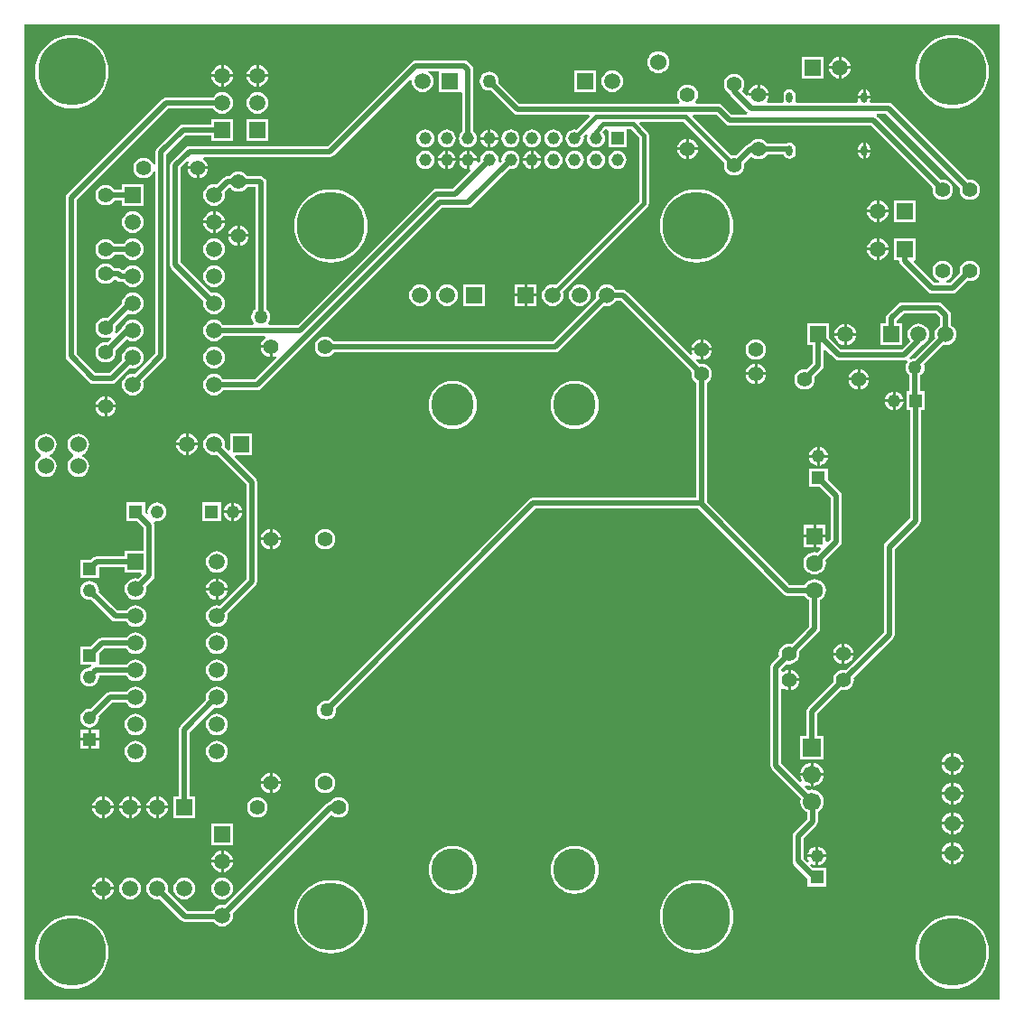
<source format=gbl>
%FSLAX23Y23*%
%MOIN*%
G70*
G01*
G75*
G04 Layer_Physical_Order=2*
G04 Layer_Color=16711680*
%ADD10C,0.020*%
%ADD11C,0.060*%
%ADD12R,0.049X0.049*%
%ADD13C,0.049*%
%ADD14C,0.055*%
%ADD15R,0.067X0.067*%
%ADD16C,0.067*%
%ADD17R,0.063X0.063*%
%ADD18C,0.063*%
%ADD19R,0.049X0.049*%
%ADD20C,0.059*%
%ADD21R,0.059X0.059*%
%ADD22C,0.059*%
%ADD23R,0.059X0.059*%
%ADD24R,0.059X0.059*%
%ADD25C,0.250*%
%ADD26C,0.157*%
%ADD27R,0.046X0.046*%
%ADD28C,0.046*%
%ADD29O,0.024X0.039*%
%ADD30C,0.050*%
%ADD31C,0.015*%
G36*
X4601Y999D02*
X1001D01*
Y4599D01*
X4601D01*
Y999D01*
D02*
G37*
%LPC*%
G36*
X1701Y3089D02*
X1691Y3088D01*
X1681Y3084D01*
X1673Y3077D01*
X1666Y3069D01*
X1662Y3059D01*
X1661Y3049D01*
X1662Y3039D01*
X1666Y3029D01*
X1673Y3021D01*
X1681Y3014D01*
X1691Y3010D01*
X1701Y3009D01*
X1711Y3010D01*
X1820Y2902D01*
Y2550D01*
X1722Y2452D01*
X1721Y2453D01*
X1711Y2454D01*
X1701Y2453D01*
X1691Y2449D01*
X1683Y2442D01*
X1676Y2434D01*
X1672Y2424D01*
X1671Y2414D01*
X1672Y2404D01*
X1676Y2394D01*
X1683Y2386D01*
X1691Y2379D01*
X1701Y2375D01*
X1711Y2374D01*
X1721Y2375D01*
X1731Y2379D01*
X1739Y2386D01*
X1746Y2394D01*
X1750Y2404D01*
X1751Y2414D01*
X1750Y2423D01*
X1854Y2528D01*
X1854Y2528D01*
X1857Y2532D01*
X1859Y2534D01*
X1860Y2542D01*
X1860Y2542D01*
X1860Y2542D01*
Y2542D01*
Y2910D01*
X1859Y2918D01*
X1854Y2924D01*
X1777Y3002D01*
X1780Y3009D01*
X1841D01*
Y3089D01*
X1761D01*
Y3028D01*
X1754Y3025D01*
X1740Y3039D01*
X1741Y3049D01*
X1740Y3059D01*
X1736Y3069D01*
X1729Y3077D01*
X1721Y3084D01*
X1711Y3088D01*
X1701Y3089D01*
D02*
G37*
G36*
X1706Y2509D02*
X1672D01*
X1672Y2504D01*
X1676Y2494D01*
X1683Y2486D01*
X1691Y2479D01*
X1701Y2475D01*
X1706Y2475D01*
Y2509D01*
D02*
G37*
G36*
X1750D02*
X1716D01*
Y2475D01*
X1721Y2475D01*
X1731Y2479D01*
X1739Y2486D01*
X1746Y2494D01*
X1750Y2504D01*
X1750Y2509D01*
D02*
G37*
G36*
X1241Y2545D02*
X1232Y2543D01*
X1224Y2540D01*
X1216Y2534D01*
X1211Y2527D01*
X1207Y2519D01*
X1206Y2510D01*
X1207Y2501D01*
X1211Y2492D01*
X1216Y2485D01*
X1224Y2479D01*
X1232Y2476D01*
X1241Y2475D01*
X1246Y2475D01*
X1322Y2400D01*
X1322Y2400D01*
X1326Y2397D01*
X1329Y2395D01*
X1337Y2394D01*
X1377D01*
X1383Y2386D01*
X1391Y2379D01*
X1401Y2375D01*
X1411Y2374D01*
X1421Y2375D01*
X1431Y2379D01*
X1439Y2386D01*
X1446Y2394D01*
X1450Y2404D01*
X1451Y2414D01*
X1450Y2424D01*
X1446Y2434D01*
X1439Y2442D01*
X1431Y2449D01*
X1421Y2453D01*
X1411Y2454D01*
X1401Y2453D01*
X1391Y2449D01*
X1383Y2442D01*
X1377Y2434D01*
X1345D01*
X1275Y2504D01*
X1276Y2510D01*
X1275Y2519D01*
X1271Y2527D01*
X1266Y2534D01*
X1258Y2540D01*
X1250Y2543D01*
X1241Y2545D01*
D02*
G37*
G36*
X4018Y2312D02*
X4013Y2312D01*
X4004Y2308D01*
X3996Y2302D01*
X3990Y2294D01*
X3986Y2285D01*
X3986Y2280D01*
X4018D01*
Y2312D01*
D02*
G37*
G36*
X4028D02*
Y2280D01*
X4060D01*
X4060Y2285D01*
X4056Y2294D01*
X4050Y2302D01*
X4042Y2308D01*
X4033Y2312D01*
X4028Y2312D01*
D02*
G37*
G36*
X1411Y2354D02*
X1401Y2353D01*
X1391Y2349D01*
X1383Y2342D01*
X1377Y2334D01*
X1287D01*
X1287Y2334D01*
X1279Y2333D01*
X1272Y2328D01*
X1247Y2303D01*
X1206D01*
Y2234D01*
X1246D01*
X1247Y2231D01*
X1242Y2224D01*
X1241Y2225D01*
X1232Y2223D01*
X1224Y2220D01*
X1216Y2214D01*
X1211Y2207D01*
X1207Y2199D01*
X1206Y2190D01*
X1207Y2181D01*
X1211Y2172D01*
X1216Y2165D01*
X1224Y2159D01*
X1232Y2156D01*
X1241Y2155D01*
X1250Y2156D01*
X1258Y2159D01*
X1266Y2165D01*
X1271Y2172D01*
X1275Y2181D01*
X1276Y2190D01*
X1279Y2194D01*
X1377D01*
X1383Y2186D01*
X1391Y2179D01*
X1401Y2175D01*
X1411Y2174D01*
X1421Y2175D01*
X1431Y2179D01*
X1439Y2186D01*
X1446Y2194D01*
X1450Y2204D01*
X1451Y2214D01*
X1450Y2224D01*
X1446Y2234D01*
X1439Y2242D01*
X1431Y2249D01*
X1421Y2253D01*
X1411Y2254D01*
X1401Y2253D01*
X1391Y2249D01*
X1383Y2242D01*
X1377Y2234D01*
X1276D01*
Y2274D01*
X1295Y2294D01*
X1377D01*
X1383Y2286D01*
X1391Y2279D01*
X1401Y2275D01*
X1411Y2274D01*
X1421Y2275D01*
X1431Y2279D01*
X1439Y2286D01*
X1446Y2294D01*
X1450Y2304D01*
X1451Y2314D01*
X1450Y2324D01*
X1446Y2334D01*
X1439Y2342D01*
X1431Y2349D01*
X1421Y2353D01*
X1411Y2354D01*
D02*
G37*
G36*
X1906Y2694D02*
X1874D01*
X1874Y2689D01*
X1878Y2680D01*
X1884Y2672D01*
X1892Y2666D01*
X1901Y2662D01*
X1906Y2662D01*
Y2694D01*
D02*
G37*
G36*
X1948D02*
X1916D01*
Y2662D01*
X1921Y2662D01*
X1930Y2666D01*
X1938Y2672D01*
X1944Y2680D01*
X1948Y2689D01*
X1948Y2694D01*
D02*
G37*
G36*
X3913Y2705D02*
X3877D01*
Y2669D01*
X3913D01*
Y2705D01*
D02*
G37*
G36*
X2111Y2737D02*
X2101Y2736D01*
X2092Y2732D01*
X2084Y2726D01*
X2078Y2718D01*
X2074Y2709D01*
X2073Y2699D01*
X2074Y2689D01*
X2078Y2680D01*
X2084Y2672D01*
X2092Y2666D01*
X2101Y2662D01*
X2111Y2661D01*
X2121Y2662D01*
X2130Y2666D01*
X2138Y2672D01*
X2144Y2680D01*
X2148Y2689D01*
X2149Y2699D01*
X2148Y2709D01*
X2144Y2718D01*
X2138Y2726D01*
X2130Y2732D01*
X2121Y2736D01*
X2111Y2737D01*
D02*
G37*
G36*
X1706Y2553D02*
X1701Y2553D01*
X1691Y2549D01*
X1683Y2542D01*
X1676Y2534D01*
X1672Y2524D01*
X1672Y2519D01*
X1706D01*
Y2553D01*
D02*
G37*
G36*
X1716D02*
Y2519D01*
X1750D01*
X1750Y2524D01*
X1746Y2534D01*
X1739Y2542D01*
X1731Y2549D01*
X1721Y2553D01*
X1716Y2553D01*
D02*
G37*
G36*
X1711Y2654D02*
X1701Y2653D01*
X1691Y2649D01*
X1683Y2642D01*
X1676Y2634D01*
X1672Y2624D01*
X1671Y2614D01*
X1672Y2604D01*
X1676Y2594D01*
X1683Y2586D01*
X1691Y2579D01*
X1701Y2575D01*
X1711Y2574D01*
X1721Y2575D01*
X1731Y2579D01*
X1739Y2586D01*
X1746Y2594D01*
X1750Y2604D01*
X1751Y2614D01*
X1750Y2624D01*
X1746Y2634D01*
X1739Y2642D01*
X1731Y2649D01*
X1721Y2653D01*
X1711Y2654D01*
D02*
G37*
G36*
Y2354D02*
X1701Y2353D01*
X1691Y2349D01*
X1683Y2342D01*
X1676Y2334D01*
X1672Y2324D01*
X1671Y2314D01*
X1672Y2304D01*
X1676Y2294D01*
X1683Y2286D01*
X1691Y2279D01*
X1701Y2275D01*
X1711Y2274D01*
X1721Y2275D01*
X1731Y2279D01*
X1739Y2286D01*
X1746Y2294D01*
X1750Y2304D01*
X1751Y2314D01*
X1750Y2324D01*
X1746Y2334D01*
X1739Y2342D01*
X1731Y2349D01*
X1721Y2353D01*
X1711Y2354D01*
D02*
G37*
G36*
X1276Y1994D02*
X1246D01*
Y1965D01*
X1276D01*
Y1994D01*
D02*
G37*
G36*
X1411Y2054D02*
X1401Y2053D01*
X1391Y2049D01*
X1383Y2042D01*
X1376Y2034D01*
X1372Y2024D01*
X1371Y2014D01*
X1372Y2004D01*
X1376Y1994D01*
X1383Y1986D01*
X1391Y1979D01*
X1401Y1975D01*
X1411Y1974D01*
X1421Y1975D01*
X1431Y1979D01*
X1439Y1986D01*
X1446Y1994D01*
X1450Y2004D01*
X1451Y2014D01*
X1450Y2024D01*
X1446Y2034D01*
X1439Y2042D01*
X1431Y2049D01*
X1421Y2053D01*
X1411Y2054D01*
D02*
G37*
G36*
X1711D02*
X1701Y2053D01*
X1691Y2049D01*
X1683Y2042D01*
X1676Y2034D01*
X1672Y2024D01*
X1671Y2014D01*
X1672Y2004D01*
X1676Y1994D01*
X1683Y1986D01*
X1691Y1979D01*
X1701Y1975D01*
X1711Y1974D01*
X1721Y1975D01*
X1731Y1979D01*
X1739Y1986D01*
X1746Y1994D01*
X1750Y2004D01*
X1751Y2014D01*
X1750Y2024D01*
X1746Y2034D01*
X1739Y2042D01*
X1731Y2049D01*
X1721Y2053D01*
X1711Y2054D01*
D02*
G37*
G36*
X1236Y1994D02*
X1206D01*
Y1965D01*
X1236D01*
Y1994D01*
D02*
G37*
G36*
X1711Y1954D02*
X1701Y1953D01*
X1691Y1949D01*
X1683Y1942D01*
X1676Y1934D01*
X1672Y1924D01*
X1671Y1914D01*
X1672Y1904D01*
X1676Y1894D01*
X1683Y1886D01*
X1691Y1879D01*
X1701Y1875D01*
X1711Y1874D01*
X1721Y1875D01*
X1731Y1879D01*
X1739Y1886D01*
X1746Y1894D01*
X1750Y1904D01*
X1751Y1914D01*
X1750Y1924D01*
X1746Y1934D01*
X1739Y1942D01*
X1731Y1949D01*
X1721Y1953D01*
X1711Y1954D01*
D02*
G37*
G36*
X1236Y1955D02*
X1206D01*
Y1925D01*
X1236D01*
Y1955D01*
D02*
G37*
G36*
X1276D02*
X1246D01*
Y1925D01*
X1276D01*
Y1955D01*
D02*
G37*
G36*
X3830Y2216D02*
Y2184D01*
X3862D01*
X3862Y2189D01*
X3858Y2198D01*
X3852Y2206D01*
X3844Y2212D01*
X3835Y2216D01*
X3830Y2216D01*
D02*
G37*
G36*
X4018Y2270D02*
X3986D01*
X3986Y2265D01*
X3990Y2256D01*
X3996Y2248D01*
X4004Y2242D01*
X4013Y2238D01*
X4018Y2238D01*
Y2270D01*
D02*
G37*
G36*
X4060D02*
X4028D01*
Y2238D01*
X4033Y2238D01*
X4042Y2242D01*
X4050Y2248D01*
X4056Y2256D01*
X4060Y2265D01*
X4060Y2270D01*
D02*
G37*
G36*
X1711Y2254D02*
X1701Y2253D01*
X1691Y2249D01*
X1683Y2242D01*
X1676Y2234D01*
X1672Y2224D01*
X1671Y2214D01*
X1672Y2204D01*
X1676Y2194D01*
X1683Y2186D01*
X1691Y2179D01*
X1701Y2175D01*
X1711Y2174D01*
X1721Y2175D01*
X1731Y2179D01*
X1739Y2186D01*
X1746Y2194D01*
X1750Y2204D01*
X1751Y2214D01*
X1750Y2224D01*
X1746Y2234D01*
X1739Y2242D01*
X1731Y2249D01*
X1721Y2253D01*
X1711Y2254D01*
D02*
G37*
G36*
X1411Y2154D02*
X1401Y2153D01*
X1391Y2149D01*
X1383Y2142D01*
X1377Y2134D01*
X1317D01*
X1309Y2133D01*
X1302Y2128D01*
X1246Y2073D01*
X1241Y2073D01*
X1232Y2072D01*
X1224Y2069D01*
X1216Y2063D01*
X1211Y2056D01*
X1207Y2047D01*
X1206Y2038D01*
X1207Y2029D01*
X1211Y2021D01*
X1216Y2014D01*
X1224Y2008D01*
X1232Y2005D01*
X1241Y2003D01*
X1250Y2005D01*
X1258Y2008D01*
X1266Y2014D01*
X1271Y2021D01*
X1275Y2029D01*
X1276Y2038D01*
X1275Y2044D01*
X1325Y2094D01*
X1377D01*
X1383Y2086D01*
X1391Y2079D01*
X1401Y2075D01*
X1411Y2074D01*
X1421Y2075D01*
X1431Y2079D01*
X1439Y2086D01*
X1446Y2094D01*
X1450Y2104D01*
X1451Y2114D01*
X1450Y2124D01*
X1446Y2134D01*
X1439Y2142D01*
X1431Y2149D01*
X1421Y2153D01*
X1411Y2154D01*
D02*
G37*
G36*
X1711D02*
X1701Y2153D01*
X1691Y2149D01*
X1683Y2142D01*
X1676Y2134D01*
X1672Y2124D01*
X1671Y2114D01*
X1672Y2106D01*
X1576Y2009D01*
X1571Y2003D01*
X1570Y1995D01*
Y1749D01*
X1551D01*
Y1669D01*
X1631D01*
Y1749D01*
X1610D01*
Y1987D01*
X1700Y2076D01*
X1701Y2075D01*
X1711Y2074D01*
X1721Y2075D01*
X1731Y2079D01*
X1739Y2086D01*
X1746Y2094D01*
X1750Y2104D01*
X1751Y2114D01*
X1750Y2124D01*
X1746Y2134D01*
X1739Y2142D01*
X1731Y2149D01*
X1721Y2153D01*
X1711Y2154D01*
D02*
G37*
G36*
X3862Y2174D02*
X3830D01*
Y2142D01*
X3835Y2142D01*
X3844Y2146D01*
X3852Y2152D01*
X3858Y2160D01*
X3862Y2169D01*
X3862Y2174D01*
D02*
G37*
G36*
X3967Y2960D02*
X3897D01*
Y2891D01*
X3938D01*
X3978Y2851D01*
Y2698D01*
X3967Y2688D01*
X3959Y2691D01*
Y2705D01*
X3923D01*
Y2669D01*
X3937D01*
X3940Y2661D01*
X3929Y2650D01*
X3929Y2650D01*
X3918Y2652D01*
X3907Y2650D01*
X3897Y2646D01*
X3888Y2640D01*
X3882Y2631D01*
X3878Y2621D01*
X3876Y2610D01*
X3878Y2599D01*
X3882Y2589D01*
X3888Y2580D01*
X3897Y2574D01*
X3907Y2570D01*
X3918Y2568D01*
X3929Y2570D01*
X3939Y2574D01*
X3948Y2580D01*
X3954Y2589D01*
X3958Y2599D01*
X3960Y2610D01*
X3958Y2621D01*
X3958Y2621D01*
X4012Y2676D01*
X4017Y2682D01*
X4018Y2690D01*
X4018Y2690D01*
X4018Y2690D01*
Y2690D01*
Y2860D01*
X4017Y2867D01*
X4012Y2874D01*
X3967Y2920D01*
Y2960D01*
D02*
G37*
G36*
X1606Y3088D02*
Y3054D01*
X1640D01*
X1640Y3059D01*
X1636Y3069D01*
X1629Y3077D01*
X1621Y3084D01*
X1611Y3088D01*
X1606Y3088D01*
D02*
G37*
G36*
X2582Y3283D02*
X2565Y3281D01*
X2548Y3276D01*
X2533Y3268D01*
X2519Y3257D01*
X2508Y3244D01*
X2500Y3228D01*
X2495Y3211D01*
X2493Y3194D01*
X2495Y3177D01*
X2500Y3160D01*
X2508Y3144D01*
X2519Y3131D01*
X2533Y3120D01*
X2548Y3112D01*
X2565Y3107D01*
X2582Y3105D01*
X2600Y3107D01*
X2617Y3112D01*
X2632Y3120D01*
X2646Y3131D01*
X2657Y3144D01*
X2665Y3160D01*
X2670Y3177D01*
X2672Y3194D01*
X2670Y3211D01*
X2665Y3228D01*
X2657Y3244D01*
X2646Y3257D01*
X2632Y3268D01*
X2617Y3276D01*
X2600Y3281D01*
X2582Y3283D01*
D02*
G37*
G36*
X3032D02*
X3015Y3281D01*
X2998Y3276D01*
X2983Y3268D01*
X2969Y3257D01*
X2958Y3244D01*
X2950Y3228D01*
X2945Y3211D01*
X2943Y3194D01*
X2945Y3177D01*
X2950Y3160D01*
X2958Y3144D01*
X2969Y3131D01*
X2983Y3120D01*
X2998Y3112D01*
X3015Y3107D01*
X3032Y3105D01*
X3050Y3107D01*
X3067Y3112D01*
X3082Y3120D01*
X3096Y3131D01*
X3107Y3144D01*
X3115Y3160D01*
X3120Y3177D01*
X3122Y3194D01*
X3120Y3211D01*
X3115Y3228D01*
X3107Y3244D01*
X3096Y3257D01*
X3082Y3268D01*
X3067Y3276D01*
X3050Y3281D01*
X3032Y3283D01*
D02*
G37*
G36*
X1596Y3088D02*
X1591Y3088D01*
X1581Y3084D01*
X1573Y3077D01*
X1566Y3069D01*
X1562Y3059D01*
X1562Y3054D01*
X1596D01*
Y3088D01*
D02*
G37*
G36*
X3937Y3039D02*
Y3009D01*
X3966D01*
X3966Y3013D01*
X3962Y3022D01*
X3957Y3029D01*
X3949Y3035D01*
X3941Y3038D01*
X3937Y3039D01*
D02*
G37*
G36*
X1596Y3044D02*
X1562D01*
X1562Y3039D01*
X1566Y3029D01*
X1573Y3021D01*
X1581Y3014D01*
X1591Y3010D01*
X1596Y3010D01*
Y3044D01*
D02*
G37*
G36*
X1640D02*
X1606D01*
Y3010D01*
X1611Y3010D01*
X1621Y3014D01*
X1629Y3021D01*
X1636Y3029D01*
X1640Y3039D01*
X1640Y3044D01*
D02*
G37*
G36*
X1296Y3226D02*
X1291Y3226D01*
X1282Y3222D01*
X1274Y3216D01*
X1268Y3208D01*
X1264Y3199D01*
X1264Y3194D01*
X1296D01*
Y3226D01*
D02*
G37*
G36*
X1306D02*
Y3194D01*
X1338D01*
X1338Y3199D01*
X1334Y3208D01*
X1328Y3216D01*
X1320Y3222D01*
X1311Y3226D01*
X1306Y3226D01*
D02*
G37*
G36*
X4207Y3243D02*
X4203Y3243D01*
X4194Y3239D01*
X4187Y3234D01*
X4181Y3226D01*
X4178Y3218D01*
X4177Y3214D01*
X4207D01*
Y3243D01*
D02*
G37*
G36*
X4246Y3204D02*
X4217D01*
Y3175D01*
X4221Y3175D01*
X4229Y3179D01*
X4236Y3184D01*
X4242Y3192D01*
X4245Y3200D01*
X4246Y3204D01*
D02*
G37*
G36*
X1296Y3184D02*
X1264D01*
X1264Y3179D01*
X1268Y3170D01*
X1274Y3162D01*
X1282Y3156D01*
X1291Y3152D01*
X1296Y3152D01*
Y3184D01*
D02*
G37*
G36*
X1338D02*
X1306D01*
Y3152D01*
X1311Y3152D01*
X1320Y3156D01*
X1328Y3162D01*
X1334Y3170D01*
X1338Y3179D01*
X1338Y3184D01*
D02*
G37*
G36*
X4207Y3204D02*
X4177D01*
X4178Y3200D01*
X4181Y3192D01*
X4187Y3184D01*
X4194Y3179D01*
X4203Y3175D01*
X4207Y3175D01*
Y3204D01*
D02*
G37*
G36*
X3927Y3039D02*
X3923Y3038D01*
X3915Y3035D01*
X3907Y3029D01*
X3902Y3022D01*
X3898Y3013D01*
X3898Y3009D01*
X3927D01*
Y3039D01*
D02*
G37*
G36*
X1726Y2834D02*
X1657D01*
Y2764D01*
X1726D01*
Y2834D01*
D02*
G37*
G36*
X1765Y2794D02*
X1736D01*
X1737Y2790D01*
X1740Y2782D01*
X1746Y2774D01*
X1753Y2769D01*
X1761Y2765D01*
X1765Y2765D01*
Y2794D01*
D02*
G37*
G36*
X1805D02*
X1775D01*
Y2765D01*
X1779Y2765D01*
X1788Y2769D01*
X1795Y2774D01*
X1801Y2782D01*
X1804Y2790D01*
X1805Y2794D01*
D02*
G37*
G36*
X3959Y2751D02*
X3923D01*
Y2715D01*
X3959D01*
Y2751D01*
D02*
G37*
G36*
X1906Y2736D02*
X1901Y2736D01*
X1892Y2732D01*
X1884Y2726D01*
X1878Y2718D01*
X1874Y2709D01*
X1874Y2704D01*
X1906D01*
Y2736D01*
D02*
G37*
G36*
X1916D02*
Y2704D01*
X1948D01*
X1948Y2709D01*
X1944Y2718D01*
X1938Y2726D01*
X1930Y2732D01*
X1921Y2736D01*
X1916Y2736D01*
D02*
G37*
G36*
X3913Y2751D02*
X3877D01*
Y2715D01*
X3913D01*
Y2751D01*
D02*
G37*
G36*
X1200Y3088D02*
X1190Y3087D01*
X1180Y3083D01*
X1171Y3077D01*
X1165Y3068D01*
X1161Y3058D01*
X1160Y3048D01*
X1161Y3038D01*
X1165Y3028D01*
X1171Y3019D01*
X1180Y3013D01*
X1182Y3012D01*
Y3004D01*
X1180Y3003D01*
X1171Y2997D01*
X1165Y2988D01*
X1161Y2978D01*
X1160Y2968D01*
X1161Y2958D01*
X1165Y2948D01*
X1171Y2939D01*
X1180Y2933D01*
X1190Y2929D01*
X1200Y2928D01*
X1210Y2929D01*
X1220Y2933D01*
X1229Y2939D01*
X1235Y2948D01*
X1239Y2958D01*
X1240Y2968D01*
X1239Y2978D01*
X1235Y2988D01*
X1229Y2997D01*
X1220Y3003D01*
X1210Y3007D01*
X1220Y3013D01*
X1220D01*
D01*
D01*
D01*
X1220Y3013D01*
X1229Y3019D01*
X1235Y3028D01*
X1239Y3038D01*
X1240Y3048D01*
X1239Y3058D01*
X1235Y3068D01*
X1229Y3077D01*
X1220Y3083D01*
X1210Y3087D01*
X1200Y3088D01*
D02*
G37*
G36*
X3927Y2999D02*
X3898D01*
X3898Y2995D01*
X3902Y2987D01*
X3907Y2980D01*
X3915Y2974D01*
X3923Y2971D01*
X3927Y2970D01*
Y2999D01*
D02*
G37*
G36*
X3966D02*
X3937D01*
Y2970D01*
X3941Y2971D01*
X3949Y2974D01*
X3957Y2980D01*
X3962Y2987D01*
X3966Y2995D01*
X3966Y2999D01*
D02*
G37*
G36*
X1080Y3088D02*
X1070Y3087D01*
X1060Y3083D01*
X1051Y3077D01*
X1045Y3068D01*
X1041Y3058D01*
X1040Y3048D01*
X1041Y3038D01*
X1045Y3028D01*
X1051Y3019D01*
X1060Y3013D01*
X1062Y3012D01*
Y3004D01*
X1060Y3003D01*
X1051Y2997D01*
X1045Y2988D01*
X1041Y2978D01*
X1040Y2968D01*
X1041Y2958D01*
X1045Y2948D01*
X1051Y2939D01*
X1060Y2933D01*
X1070Y2929D01*
X1080Y2928D01*
X1090Y2929D01*
X1100Y2933D01*
X1109Y2939D01*
X1115Y2948D01*
X1119Y2958D01*
X1120Y2968D01*
X1119Y2978D01*
X1115Y2988D01*
X1109Y2997D01*
X1100Y3003D01*
X1090Y3007D01*
X1100Y3013D01*
X1100D01*
D01*
D01*
D01*
X1100Y3013D01*
X1109Y3019D01*
X1115Y3028D01*
X1119Y3038D01*
X1120Y3048D01*
X1119Y3058D01*
X1115Y3068D01*
X1109Y3077D01*
X1100Y3083D01*
X1090Y3087D01*
X1080Y3088D01*
D02*
G37*
G36*
X1490Y2834D02*
X1481Y2833D01*
X1473Y2829D01*
X1466Y2824D01*
X1460Y2816D01*
X1457Y2808D01*
X1455Y2799D01*
X1456Y2794D01*
X1453Y2793D01*
X1446Y2797D01*
Y2834D01*
X1377D01*
Y2764D01*
X1417D01*
X1441Y2741D01*
Y2654D01*
X1371D01*
Y2634D01*
X1267D01*
X1259Y2633D01*
X1252Y2628D01*
X1247Y2623D01*
X1206D01*
Y2554D01*
X1276D01*
Y2594D01*
X1371D01*
Y2574D01*
X1432D01*
X1435Y2567D01*
X1421Y2553D01*
X1411Y2554D01*
X1401Y2553D01*
X1391Y2549D01*
X1383Y2542D01*
X1376Y2534D01*
X1372Y2524D01*
X1371Y2514D01*
X1372Y2504D01*
X1376Y2494D01*
X1383Y2486D01*
X1391Y2479D01*
X1401Y2475D01*
X1411Y2474D01*
X1421Y2475D01*
X1431Y2479D01*
X1439Y2486D01*
X1446Y2494D01*
X1450Y2504D01*
X1451Y2514D01*
X1450Y2524D01*
X1475Y2550D01*
X1480Y2556D01*
X1481Y2564D01*
Y2750D01*
X1480Y2757D01*
X1479Y2758D01*
X1484Y2765D01*
X1490Y2764D01*
X1499Y2765D01*
X1508Y2769D01*
X1515Y2774D01*
X1521Y2782D01*
X1524Y2790D01*
X1525Y2799D01*
X1524Y2808D01*
X1521Y2816D01*
X1515Y2824D01*
X1508Y2829D01*
X1499Y2833D01*
X1490Y2834D01*
D02*
G37*
G36*
X1765Y2833D02*
X1761Y2833D01*
X1753Y2829D01*
X1746Y2824D01*
X1740Y2816D01*
X1737Y2808D01*
X1736Y2804D01*
X1765D01*
Y2833D01*
D02*
G37*
G36*
X1775D02*
Y2804D01*
X1805D01*
X1804Y2808D01*
X1801Y2816D01*
X1795Y2824D01*
X1788Y2829D01*
X1779Y2833D01*
X1775Y2833D01*
D02*
G37*
G36*
X1411Y1954D02*
X1401Y1953D01*
X1391Y1949D01*
X1383Y1942D01*
X1376Y1934D01*
X1372Y1924D01*
X1371Y1914D01*
X1372Y1904D01*
X1376Y1894D01*
X1383Y1886D01*
X1391Y1879D01*
X1401Y1875D01*
X1411Y1874D01*
X1421Y1875D01*
X1431Y1879D01*
X1439Y1886D01*
X1446Y1894D01*
X1450Y1904D01*
X1451Y1914D01*
X1450Y1924D01*
X1446Y1934D01*
X1439Y1942D01*
X1431Y1949D01*
X1421Y1953D01*
X1411Y1954D01*
D02*
G37*
G36*
X1736Y1548D02*
Y1514D01*
X1770D01*
X1770Y1519D01*
X1766Y1529D01*
X1759Y1537D01*
X1751Y1544D01*
X1741Y1548D01*
X1736Y1548D01*
D02*
G37*
G36*
X3921Y1564D02*
X3917Y1563D01*
X3909Y1560D01*
X3901Y1554D01*
X3896Y1547D01*
X3892Y1538D01*
X3892Y1534D01*
X3921D01*
Y1564D01*
D02*
G37*
G36*
X3931D02*
Y1534D01*
X3960D01*
X3960Y1538D01*
X3956Y1547D01*
X3951Y1554D01*
X3943Y1560D01*
X3935Y1563D01*
X3931Y1564D01*
D02*
G37*
G36*
X1726Y1548D02*
X1721Y1548D01*
X1711Y1544D01*
X1703Y1537D01*
X1696Y1529D01*
X1692Y1519D01*
X1692Y1514D01*
X1726D01*
Y1548D01*
D02*
G37*
G36*
X3960Y1524D02*
X3931D01*
Y1495D01*
X3935Y1496D01*
X3943Y1499D01*
X3951Y1505D01*
X3956Y1512D01*
X3960Y1520D01*
X3960Y1524D01*
D02*
G37*
G36*
X4422Y1534D02*
X4387D01*
X4388Y1529D01*
X4392Y1519D01*
X4398Y1510D01*
X4407Y1504D01*
X4417Y1500D01*
X4422Y1499D01*
Y1534D01*
D02*
G37*
G36*
X4467D02*
X4432D01*
Y1499D01*
X4437Y1500D01*
X4447Y1504D01*
X4456Y1510D01*
X4462Y1519D01*
X4466Y1529D01*
X4467Y1534D01*
D02*
G37*
G36*
Y1644D02*
X4432D01*
Y1609D01*
X4437Y1610D01*
X4447Y1614D01*
X4456Y1620D01*
X4462Y1629D01*
X4466Y1639D01*
X4467Y1644D01*
D02*
G37*
G36*
X4422Y1689D02*
X4417Y1688D01*
X4407Y1684D01*
X4398Y1678D01*
X4392Y1669D01*
X4388Y1659D01*
X4387Y1654D01*
X4422D01*
Y1689D01*
D02*
G37*
G36*
X4432D02*
Y1654D01*
X4467D01*
X4466Y1659D01*
X4462Y1669D01*
X4456Y1678D01*
X4447Y1684D01*
X4437Y1688D01*
X4432Y1689D01*
D02*
G37*
G36*
X4422Y1644D02*
X4387D01*
X4388Y1639D01*
X4392Y1629D01*
X4398Y1620D01*
X4407Y1614D01*
X4417Y1610D01*
X4422Y1609D01*
Y1644D01*
D02*
G37*
G36*
Y1579D02*
X4417Y1578D01*
X4407Y1574D01*
X4398Y1568D01*
X4392Y1559D01*
X4388Y1549D01*
X4387Y1544D01*
X4422D01*
Y1579D01*
D02*
G37*
G36*
X4432D02*
Y1544D01*
X4467D01*
X4466Y1549D01*
X4462Y1559D01*
X4456Y1568D01*
X4447Y1574D01*
X4437Y1578D01*
X4432Y1579D01*
D02*
G37*
G36*
X1771Y1649D02*
X1691D01*
Y1569D01*
X1771D01*
Y1649D01*
D02*
G37*
G36*
X1770Y1504D02*
X1736D01*
Y1470D01*
X1741Y1470D01*
X1751Y1474D01*
X1759Y1481D01*
X1766Y1489D01*
X1770Y1499D01*
X1770Y1504D01*
D02*
G37*
G36*
X1391Y1449D02*
X1381Y1448D01*
X1371Y1444D01*
X1363Y1437D01*
X1356Y1429D01*
X1352Y1419D01*
X1351Y1409D01*
X1352Y1399D01*
X1356Y1389D01*
X1363Y1381D01*
X1371Y1374D01*
X1381Y1370D01*
X1391Y1369D01*
X1401Y1370D01*
X1411Y1374D01*
X1419Y1381D01*
X1426Y1389D01*
X1430Y1399D01*
X1431Y1409D01*
X1430Y1419D01*
X1426Y1429D01*
X1419Y1437D01*
X1411Y1444D01*
X1401Y1448D01*
X1391Y1449D01*
D02*
G37*
G36*
X1591D02*
X1581Y1448D01*
X1571Y1444D01*
X1563Y1437D01*
X1556Y1429D01*
X1552Y1419D01*
X1551Y1409D01*
X1552Y1399D01*
X1556Y1389D01*
X1563Y1381D01*
X1571Y1374D01*
X1581Y1370D01*
X1591Y1369D01*
X1601Y1370D01*
X1611Y1374D01*
X1619Y1381D01*
X1626Y1389D01*
X1630Y1399D01*
X1631Y1409D01*
X1630Y1419D01*
X1626Y1429D01*
X1619Y1437D01*
X1611Y1444D01*
X1601Y1448D01*
X1591Y1449D01*
D02*
G37*
G36*
X1731D02*
X1721Y1448D01*
X1711Y1444D01*
X1703Y1437D01*
X1696Y1429D01*
X1692Y1419D01*
X1691Y1409D01*
X1692Y1399D01*
X1696Y1389D01*
X1703Y1381D01*
X1711Y1374D01*
X1721Y1370D01*
X1731Y1369D01*
X1741Y1370D01*
X1751Y1374D01*
X1759Y1381D01*
X1766Y1389D01*
X1770Y1399D01*
X1771Y1409D01*
X1770Y1419D01*
X1766Y1429D01*
X1759Y1437D01*
X1751Y1444D01*
X1741Y1448D01*
X1731Y1449D01*
D02*
G37*
G36*
X3482Y1440D02*
X3461Y1439D01*
X3441Y1434D01*
X3421Y1426D01*
X3403Y1415D01*
X3387Y1401D01*
X3373Y1385D01*
X3362Y1366D01*
X3354Y1347D01*
X3349Y1326D01*
X3347Y1305D01*
X3349Y1284D01*
X3354Y1263D01*
X3362Y1244D01*
X3373Y1225D01*
X3387Y1209D01*
X3403Y1195D01*
X3421Y1184D01*
X3441Y1176D01*
X3461Y1171D01*
X3482Y1170D01*
X3504Y1171D01*
X3524Y1176D01*
X3544Y1184D01*
X3562Y1195D01*
X3578Y1209D01*
X3592Y1225D01*
X3603Y1244D01*
X3611Y1263D01*
X3616Y1284D01*
X3618Y1305D01*
X3616Y1326D01*
X3611Y1347D01*
X3603Y1366D01*
X3592Y1385D01*
X3578Y1401D01*
X3562Y1415D01*
X3544Y1426D01*
X3524Y1434D01*
X3504Y1439D01*
X3482Y1440D01*
D02*
G37*
G36*
X1176Y1309D02*
X1155Y1308D01*
X1134Y1303D01*
X1115Y1295D01*
X1096Y1284D01*
X1080Y1270D01*
X1066Y1254D01*
X1055Y1235D01*
X1047Y1216D01*
X1042Y1195D01*
X1041Y1174D01*
X1042Y1153D01*
X1047Y1132D01*
X1055Y1113D01*
X1066Y1094D01*
X1080Y1078D01*
X1096Y1064D01*
X1115Y1053D01*
X1134Y1045D01*
X1155Y1040D01*
X1176Y1039D01*
X1197Y1040D01*
X1218Y1045D01*
X1237Y1053D01*
X1256Y1064D01*
X1272Y1078D01*
X1286Y1094D01*
X1297Y1113D01*
X1305Y1132D01*
X1310Y1153D01*
X1311Y1174D01*
X1310Y1195D01*
X1305Y1216D01*
X1297Y1235D01*
X1286Y1254D01*
X1272Y1270D01*
X1256Y1284D01*
X1237Y1295D01*
X1218Y1303D01*
X1197Y1308D01*
X1176Y1309D01*
D02*
G37*
G36*
X4426D02*
X4405Y1308D01*
X4384Y1303D01*
X4365Y1295D01*
X4346Y1284D01*
X4330Y1270D01*
X4316Y1254D01*
X4305Y1235D01*
X4297Y1216D01*
X4292Y1195D01*
X4291Y1174D01*
X4292Y1153D01*
X4297Y1132D01*
X4305Y1113D01*
X4316Y1094D01*
X4330Y1078D01*
X4346Y1064D01*
X4365Y1053D01*
X4384Y1045D01*
X4405Y1040D01*
X4426Y1039D01*
X4447Y1040D01*
X4468Y1045D01*
X4487Y1053D01*
X4506Y1064D01*
X4522Y1078D01*
X4536Y1094D01*
X4547Y1113D01*
X4555Y1132D01*
X4560Y1153D01*
X4561Y1174D01*
X4560Y1195D01*
X4555Y1216D01*
X4547Y1235D01*
X4536Y1254D01*
X4522Y1270D01*
X4506Y1284D01*
X4487Y1295D01*
X4468Y1303D01*
X4447Y1308D01*
X4426Y1309D01*
D02*
G37*
G36*
X2132Y1440D02*
X2111Y1439D01*
X2091Y1434D01*
X2071Y1426D01*
X2053Y1415D01*
X2037Y1401D01*
X2023Y1385D01*
X2012Y1366D01*
X2004Y1347D01*
X1999Y1326D01*
X1997Y1305D01*
X1999Y1284D01*
X2004Y1263D01*
X2012Y1244D01*
X2023Y1225D01*
X2037Y1209D01*
X2053Y1195D01*
X2071Y1184D01*
X2091Y1176D01*
X2111Y1171D01*
X2132Y1170D01*
X2154Y1171D01*
X2174Y1176D01*
X2194Y1184D01*
X2212Y1195D01*
X2228Y1209D01*
X2242Y1225D01*
X2253Y1244D01*
X2261Y1263D01*
X2266Y1284D01*
X2268Y1305D01*
X2266Y1326D01*
X2261Y1347D01*
X2253Y1366D01*
X2242Y1385D01*
X2228Y1401D01*
X2212Y1415D01*
X2194Y1426D01*
X2174Y1434D01*
X2154Y1439D01*
X2132Y1440D01*
D02*
G37*
G36*
X1286Y1448D02*
X1281Y1448D01*
X1271Y1444D01*
X1263Y1437D01*
X1256Y1429D01*
X1252Y1419D01*
X1252Y1414D01*
X1286D01*
Y1448D01*
D02*
G37*
G36*
X1296D02*
Y1414D01*
X1330D01*
X1330Y1419D01*
X1326Y1429D01*
X1319Y1437D01*
X1311Y1444D01*
X1301Y1448D01*
X1296Y1448D01*
D02*
G37*
G36*
X1726Y1504D02*
X1692D01*
X1692Y1499D01*
X1696Y1489D01*
X1703Y1481D01*
X1711Y1474D01*
X1721Y1470D01*
X1726Y1470D01*
Y1504D01*
D02*
G37*
G36*
X3032Y1567D02*
X3015Y1565D01*
X2998Y1560D01*
X2983Y1552D01*
X2969Y1541D01*
X2958Y1528D01*
X2950Y1512D01*
X2945Y1495D01*
X2943Y1478D01*
X2945Y1461D01*
X2950Y1444D01*
X2958Y1428D01*
X2969Y1415D01*
X2983Y1404D01*
X2998Y1396D01*
X3015Y1391D01*
X3032Y1389D01*
X3050Y1391D01*
X3067Y1396D01*
X3082Y1404D01*
X3096Y1415D01*
X3107Y1428D01*
X3115Y1444D01*
X3120Y1461D01*
X3122Y1478D01*
X3120Y1495D01*
X3115Y1512D01*
X3107Y1528D01*
X3096Y1541D01*
X3082Y1552D01*
X3067Y1560D01*
X3050Y1565D01*
X3032Y1567D01*
D02*
G37*
G36*
X1286Y1404D02*
X1252D01*
X1252Y1399D01*
X1256Y1389D01*
X1263Y1381D01*
X1271Y1374D01*
X1281Y1370D01*
X1286Y1370D01*
Y1404D01*
D02*
G37*
G36*
X1330D02*
X1296D01*
Y1370D01*
X1301Y1370D01*
X1311Y1374D01*
X1319Y1381D01*
X1326Y1389D01*
X1330Y1399D01*
X1330Y1404D01*
D02*
G37*
G36*
X2582Y1567D02*
X2565Y1565D01*
X2548Y1560D01*
X2533Y1552D01*
X2519Y1541D01*
X2508Y1528D01*
X2500Y1512D01*
X2495Y1495D01*
X2493Y1478D01*
X2495Y1461D01*
X2500Y1444D01*
X2508Y1428D01*
X2519Y1415D01*
X2533Y1404D01*
X2548Y1396D01*
X2565Y1391D01*
X2582Y1389D01*
X2600Y1391D01*
X2617Y1396D01*
X2632Y1404D01*
X2646Y1415D01*
X2657Y1428D01*
X2665Y1444D01*
X2670Y1461D01*
X2672Y1478D01*
X2670Y1495D01*
X2665Y1512D01*
X2657Y1528D01*
X2646Y1541D01*
X2632Y1552D01*
X2617Y1560D01*
X2600Y1565D01*
X2582Y1567D01*
D02*
G37*
G36*
X1286Y1704D02*
X1252D01*
X1252Y1699D01*
X1256Y1689D01*
X1263Y1681D01*
X1271Y1674D01*
X1281Y1670D01*
X1286Y1670D01*
Y1704D01*
D02*
G37*
G36*
X4432Y1799D02*
Y1764D01*
X4467D01*
X4466Y1769D01*
X4462Y1779D01*
X4456Y1788D01*
X4447Y1794D01*
X4437Y1798D01*
X4432Y1799D01*
D02*
G37*
G36*
X3951Y1825D02*
X3913D01*
Y1787D01*
X3919Y1788D01*
X3930Y1792D01*
X3939Y1799D01*
X3946Y1808D01*
X3950Y1819D01*
X3951Y1825D01*
D02*
G37*
G36*
X1906Y1836D02*
X1901Y1836D01*
X1892Y1832D01*
X1884Y1826D01*
X1878Y1818D01*
X1874Y1809D01*
X1874Y1804D01*
X1906D01*
Y1836D01*
D02*
G37*
G36*
X4422Y1799D02*
X4417Y1798D01*
X4407Y1794D01*
X4398Y1788D01*
X4392Y1779D01*
X4388Y1769D01*
X4387Y1764D01*
X4422D01*
Y1799D01*
D02*
G37*
G36*
X2111Y1837D02*
X2101Y1836D01*
X2092Y1832D01*
X2084Y1826D01*
X2078Y1818D01*
X2074Y1809D01*
X2073Y1799D01*
X2074Y1789D01*
X2078Y1780D01*
X2084Y1772D01*
X2092Y1766D01*
X2101Y1762D01*
X2111Y1761D01*
X2121Y1762D01*
X2130Y1766D01*
X2138Y1772D01*
X2144Y1780D01*
X2148Y1789D01*
X2149Y1799D01*
X2148Y1809D01*
X2144Y1818D01*
X2138Y1826D01*
X2130Y1832D01*
X2121Y1836D01*
X2111Y1837D01*
D02*
G37*
G36*
X1906Y1794D02*
X1874D01*
X1874Y1789D01*
X1878Y1780D01*
X1884Y1772D01*
X1892Y1766D01*
X1901Y1762D01*
X1906Y1762D01*
Y1794D01*
D02*
G37*
G36*
X1948D02*
X1916D01*
Y1762D01*
X1921Y1762D01*
X1930Y1766D01*
X1938Y1772D01*
X1944Y1780D01*
X1948Y1789D01*
X1948Y1794D01*
D02*
G37*
G36*
X3913Y1873D02*
Y1835D01*
X3951D01*
X3950Y1841D01*
X3946Y1852D01*
X3939Y1861D01*
X3930Y1868D01*
X3919Y1872D01*
X3913Y1873D01*
D02*
G37*
G36*
X4422Y1909D02*
X4417Y1908D01*
X4407Y1904D01*
X4398Y1898D01*
X4392Y1889D01*
X4388Y1879D01*
X4387Y1874D01*
X4422D01*
Y1909D01*
D02*
G37*
G36*
X4432D02*
Y1874D01*
X4467D01*
X4466Y1879D01*
X4462Y1889D01*
X4456Y1898D01*
X4447Y1904D01*
X4437Y1908D01*
X4432Y1909D01*
D02*
G37*
G36*
X3903Y1873D02*
X3897Y1872D01*
X3886Y1868D01*
X3877Y1861D01*
X3870Y1852D01*
X3866Y1841D01*
X3865Y1835D01*
X3903D01*
Y1873D01*
D02*
G37*
G36*
X1916Y1836D02*
Y1804D01*
X1948D01*
X1948Y1809D01*
X1944Y1818D01*
X1938Y1826D01*
X1930Y1832D01*
X1921Y1836D01*
X1916Y1836D01*
D02*
G37*
G36*
X4422Y1864D02*
X4387D01*
X4388Y1859D01*
X4392Y1849D01*
X4398Y1840D01*
X4407Y1834D01*
X4417Y1830D01*
X4422Y1829D01*
Y1864D01*
D02*
G37*
G36*
X4467D02*
X4432D01*
Y1829D01*
X4437Y1830D01*
X4447Y1834D01*
X4456Y1840D01*
X4462Y1849D01*
X4466Y1859D01*
X4467Y1864D01*
D02*
G37*
G36*
Y1754D02*
X4432D01*
Y1719D01*
X4437Y1720D01*
X4447Y1724D01*
X4456Y1730D01*
X4462Y1739D01*
X4466Y1749D01*
X4467Y1754D01*
D02*
G37*
G36*
X1530Y1704D02*
X1496D01*
Y1670D01*
X1501Y1670D01*
X1511Y1674D01*
X1519Y1681D01*
X1526Y1689D01*
X1530Y1699D01*
X1530Y1704D01*
D02*
G37*
G36*
X1861Y1747D02*
X1851Y1746D01*
X1842Y1742D01*
X1834Y1736D01*
X1828Y1728D01*
X1824Y1719D01*
X1823Y1709D01*
X1824Y1699D01*
X1828Y1690D01*
X1834Y1682D01*
X1842Y1676D01*
X1851Y1672D01*
X1861Y1671D01*
X1871Y1672D01*
X1880Y1676D01*
X1888Y1682D01*
X1894Y1690D01*
X1898Y1699D01*
X1899Y1709D01*
X1898Y1719D01*
X1894Y1728D01*
X1888Y1736D01*
X1880Y1742D01*
X1871Y1746D01*
X1861Y1747D01*
D02*
G37*
G36*
X2161D02*
X2151Y1746D01*
X2142Y1742D01*
X2134Y1736D01*
X2129Y1729D01*
X2123Y1728D01*
X2117Y1723D01*
X1741Y1348D01*
X1731Y1349D01*
X1721Y1348D01*
X1711Y1344D01*
X1703Y1337D01*
X1696Y1329D01*
X1696Y1327D01*
X1601D01*
X1530Y1399D01*
X1531Y1409D01*
X1530Y1419D01*
X1526Y1429D01*
X1519Y1437D01*
X1511Y1444D01*
X1501Y1448D01*
X1491Y1449D01*
X1481Y1448D01*
X1471Y1444D01*
X1463Y1437D01*
X1456Y1429D01*
X1452Y1419D01*
X1451Y1409D01*
X1452Y1399D01*
X1456Y1389D01*
X1463Y1381D01*
X1471Y1374D01*
X1481Y1370D01*
X1491Y1369D01*
X1501Y1370D01*
X1579Y1293D01*
X1579D01*
X1579Y1293D01*
X1579Y1293D01*
Y1293D01*
X1585Y1288D01*
X1593Y1287D01*
X1698D01*
X1703Y1281D01*
X1711Y1274D01*
X1721Y1270D01*
X1731Y1269D01*
X1741Y1270D01*
X1751Y1274D01*
X1759Y1281D01*
X1766Y1289D01*
X1770Y1299D01*
X1771Y1309D01*
X1770Y1319D01*
X2133Y1682D01*
X2134Y1682D01*
X2142Y1676D01*
X2151Y1672D01*
X2161Y1671D01*
X2171Y1672D01*
X2180Y1676D01*
X2188Y1682D01*
X2194Y1690D01*
X2198Y1699D01*
X2199Y1709D01*
X2198Y1719D01*
X2194Y1728D01*
X2188Y1736D01*
X2180Y1742D01*
X2171Y1746D01*
X2161Y1747D01*
D02*
G37*
G36*
X1486Y1704D02*
X1452D01*
X1452Y1699D01*
X1456Y1689D01*
X1463Y1681D01*
X1471Y1674D01*
X1481Y1670D01*
X1486Y1670D01*
Y1704D01*
D02*
G37*
G36*
X1330D02*
X1296D01*
Y1670D01*
X1301Y1670D01*
X1311Y1674D01*
X1319Y1681D01*
X1326Y1689D01*
X1330Y1699D01*
X1330Y1704D01*
D02*
G37*
G36*
X1386D02*
X1352D01*
X1352Y1699D01*
X1356Y1689D01*
X1363Y1681D01*
X1371Y1674D01*
X1381Y1670D01*
X1386Y1670D01*
Y1704D01*
D02*
G37*
G36*
X1430D02*
X1396D01*
Y1670D01*
X1401Y1670D01*
X1411Y1674D01*
X1419Y1681D01*
X1426Y1689D01*
X1430Y1699D01*
X1430Y1704D01*
D02*
G37*
G36*
X1486Y1748D02*
X1481Y1748D01*
X1471Y1744D01*
X1463Y1737D01*
X1456Y1729D01*
X1452Y1719D01*
X1452Y1714D01*
X1486D01*
Y1748D01*
D02*
G37*
G36*
X1496D02*
Y1714D01*
X1530D01*
X1530Y1719D01*
X1526Y1729D01*
X1519Y1737D01*
X1511Y1744D01*
X1501Y1748D01*
X1496Y1748D01*
D02*
G37*
G36*
X4422Y1754D02*
X4387D01*
X4388Y1749D01*
X4392Y1739D01*
X4398Y1730D01*
X4407Y1724D01*
X4417Y1720D01*
X4422Y1719D01*
Y1754D01*
D02*
G37*
G36*
X1396Y1748D02*
Y1714D01*
X1430D01*
X1430Y1719D01*
X1426Y1729D01*
X1419Y1737D01*
X1411Y1744D01*
X1401Y1748D01*
X1396Y1748D01*
D02*
G37*
G36*
X1286D02*
X1281Y1748D01*
X1271Y1744D01*
X1263Y1737D01*
X1256Y1729D01*
X1252Y1719D01*
X1252Y1714D01*
X1286D01*
Y1748D01*
D02*
G37*
G36*
X1296D02*
Y1714D01*
X1330D01*
X1330Y1719D01*
X1326Y1729D01*
X1319Y1737D01*
X1311Y1744D01*
X1301Y1748D01*
X1296Y1748D01*
D02*
G37*
G36*
X1386D02*
X1381Y1748D01*
X1371Y1744D01*
X1363Y1737D01*
X1356Y1729D01*
X1352Y1719D01*
X1352Y1714D01*
X1386D01*
Y1748D01*
D02*
G37*
G36*
X2880Y4132D02*
Y4104D01*
X2908D01*
X2907Y4108D01*
X2904Y4116D01*
X2898Y4123D01*
X2891Y4128D01*
X2883Y4131D01*
X2880Y4132D01*
D02*
G37*
G36*
X4096Y4162D02*
X4092Y4161D01*
X4085Y4156D01*
X4080Y4149D01*
X4078Y4140D01*
Y4137D01*
X4096D01*
Y4162D01*
D02*
G37*
G36*
X4106D02*
Y4137D01*
X4123D01*
Y4140D01*
X4121Y4149D01*
X4116Y4156D01*
X4109Y4161D01*
X4106Y4162D01*
D02*
G37*
G36*
X2870Y4132D02*
X2866Y4131D01*
X2858Y4128D01*
X2851Y4123D01*
X2846Y4116D01*
X2842Y4108D01*
X2842Y4104D01*
X2870D01*
Y4132D01*
D02*
G37*
G36*
X2565D02*
Y4104D01*
X2593D01*
X2592Y4108D01*
X2589Y4116D01*
X2583Y4123D01*
X2576Y4128D01*
X2568Y4131D01*
X2565Y4132D01*
D02*
G37*
G36*
X2633D02*
X2630Y4131D01*
X2622Y4128D01*
X2615Y4123D01*
X2609Y4116D01*
X2606Y4108D01*
X2606Y4104D01*
X2633D01*
Y4132D01*
D02*
G37*
G36*
X2643D02*
Y4104D01*
X2671D01*
X2671Y4108D01*
X2668Y4116D01*
X2662Y4123D01*
X2655Y4128D01*
X2647Y4131D01*
X2643Y4132D01*
D02*
G37*
G36*
X3444Y4176D02*
X3439Y4176D01*
X3430Y4172D01*
X3422Y4166D01*
X3416Y4158D01*
X3412Y4149D01*
X3412Y4144D01*
X3444D01*
Y4176D01*
D02*
G37*
G36*
X2796Y4211D02*
X2787Y4210D01*
X2779Y4207D01*
X2772Y4201D01*
X2767Y4194D01*
X2764Y4186D01*
X2762Y4178D01*
X2764Y4169D01*
X2767Y4161D01*
X2772Y4154D01*
X2779Y4149D01*
X2787Y4145D01*
X2796Y4144D01*
X2805Y4145D01*
X2813Y4149D01*
X2820Y4154D01*
X2825Y4161D01*
X2828Y4169D01*
X2829Y4178D01*
X2828Y4186D01*
X2825Y4194D01*
X2820Y4201D01*
X2813Y4207D01*
X2805Y4210D01*
X2796Y4211D01*
D02*
G37*
G36*
X2875D02*
X2866Y4210D01*
X2858Y4207D01*
X2851Y4201D01*
X2846Y4194D01*
X2842Y4186D01*
X2841Y4178D01*
X2842Y4169D01*
X2846Y4161D01*
X2851Y4154D01*
X2858Y4149D01*
X2866Y4145D01*
X2875Y4144D01*
X2883Y4145D01*
X2891Y4149D01*
X2898Y4154D01*
X2904Y4161D01*
X2907Y4169D01*
X2908Y4178D01*
X2907Y4186D01*
X2904Y4194D01*
X2898Y4201D01*
X2891Y4207D01*
X2883Y4210D01*
X2875Y4211D01*
D02*
G37*
G36*
X2953D02*
X2945Y4210D01*
X2937Y4207D01*
X2930Y4201D01*
X2924Y4194D01*
X2921Y4186D01*
X2920Y4178D01*
X2921Y4169D01*
X2924Y4161D01*
X2930Y4154D01*
X2937Y4149D01*
X2945Y4145D01*
X2953Y4144D01*
X2962Y4145D01*
X2970Y4149D01*
X2977Y4154D01*
X2982Y4161D01*
X2986Y4169D01*
X2987Y4178D01*
X2986Y4186D01*
X2982Y4194D01*
X2977Y4201D01*
X2970Y4207D01*
X2962Y4210D01*
X2953Y4211D01*
D02*
G37*
G36*
X2625Y4465D02*
X2444D01*
X2437Y4464D01*
X2430Y4459D01*
X2121Y4150D01*
X1610D01*
X1602Y4149D01*
X1596Y4144D01*
X1545Y4093D01*
X1540Y4087D01*
X1539Y4079D01*
Y3711D01*
X1539Y3711D01*
X1539D01*
X1540Y3703D01*
X1545Y3697D01*
X1662Y3579D01*
X1661Y3569D01*
X1662Y3559D01*
X1666Y3549D01*
X1673Y3541D01*
X1681Y3534D01*
X1691Y3530D01*
X1701Y3529D01*
X1711Y3530D01*
X1721Y3534D01*
X1729Y3541D01*
X1736Y3549D01*
X1740Y3559D01*
X1741Y3569D01*
X1740Y3579D01*
X1736Y3589D01*
X1729Y3597D01*
X1721Y3604D01*
X1711Y3608D01*
X1701Y3609D01*
X1691Y3608D01*
X1579Y3719D01*
Y4071D01*
X1603Y4094D01*
X1609Y4088D01*
X1608Y4088D01*
X1604Y4079D01*
X1604Y4074D01*
X1678D01*
X1678Y4079D01*
X1674Y4088D01*
X1668Y4096D01*
X1660Y4102D01*
X1663Y4110D01*
X2129D01*
X2137Y4111D01*
X2144Y4116D01*
X2144Y4116D01*
X2144Y4116D01*
X2424Y4396D01*
X2432Y4393D01*
X2431Y4389D01*
X2432Y4379D01*
X2436Y4369D01*
X2443Y4361D01*
X2451Y4354D01*
X2461Y4350D01*
X2471Y4349D01*
X2481Y4350D01*
X2491Y4354D01*
X2499Y4361D01*
X2506Y4369D01*
X2510Y4379D01*
X2511Y4389D01*
X2510Y4399D01*
X2506Y4409D01*
X2499Y4417D01*
X2491Y4424D01*
X2491Y4425D01*
X2531D01*
Y4349D01*
X2611D01*
Y4349D01*
X2612D01*
X2618Y4344D01*
Y4204D01*
X2615Y4201D01*
X2609Y4194D01*
X2606Y4186D01*
X2605Y4178D01*
X2606Y4169D01*
X2609Y4161D01*
X2615Y4154D01*
X2622Y4149D01*
X2630Y4145D01*
X2638Y4144D01*
X2647Y4145D01*
X2655Y4149D01*
X2662Y4154D01*
X2668Y4161D01*
X2671Y4169D01*
X2672Y4178D01*
X2671Y4186D01*
X2668Y4194D01*
X2662Y4201D01*
X2659Y4204D01*
Y4432D01*
X2657Y4439D01*
X2653Y4446D01*
X2639Y4459D01*
X2633Y4464D01*
X2625Y4465D01*
D02*
G37*
G36*
X3454Y4176D02*
Y4144D01*
X3486D01*
X3486Y4149D01*
X3482Y4158D01*
X3476Y4166D01*
X3468Y4172D01*
X3459Y4176D01*
X3454Y4176D01*
D02*
G37*
G36*
X2481Y4211D02*
X2472Y4210D01*
X2464Y4207D01*
X2457Y4201D01*
X2452Y4194D01*
X2449Y4186D01*
X2447Y4178D01*
X2449Y4169D01*
X2452Y4161D01*
X2457Y4154D01*
X2464Y4149D01*
X2472Y4145D01*
X2481Y4144D01*
X2490Y4145D01*
X2498Y4149D01*
X2505Y4154D01*
X2510Y4161D01*
X2513Y4169D01*
X2515Y4178D01*
X2513Y4186D01*
X2510Y4194D01*
X2505Y4201D01*
X2498Y4207D01*
X2490Y4210D01*
X2481Y4211D01*
D02*
G37*
G36*
X2560D02*
X2551Y4210D01*
X2543Y4207D01*
X2536Y4201D01*
X2531Y4194D01*
X2527Y4186D01*
X2526Y4178D01*
X2527Y4169D01*
X2531Y4161D01*
X2536Y4154D01*
X2543Y4149D01*
X2551Y4145D01*
X2560Y4144D01*
X2568Y4145D01*
X2576Y4149D01*
X2583Y4154D01*
X2589Y4161D01*
X2592Y4169D01*
X2593Y4178D01*
X2592Y4186D01*
X2589Y4194D01*
X2583Y4201D01*
X2576Y4207D01*
X2568Y4210D01*
X2560Y4211D01*
D02*
G37*
G36*
X2555Y4094D02*
X2527D01*
X2527Y4090D01*
X2531Y4082D01*
X2536Y4075D01*
X2543Y4070D01*
X2551Y4067D01*
X2555Y4066D01*
Y4094D01*
D02*
G37*
G36*
X2593D02*
X2565D01*
Y4066D01*
X2568Y4067D01*
X2576Y4070D01*
X2583Y4075D01*
X2589Y4082D01*
X2592Y4090D01*
X2593Y4094D01*
D02*
G37*
G36*
X2633D02*
X2606D01*
X2606Y4090D01*
X2609Y4082D01*
X2615Y4075D01*
X2622Y4070D01*
X2630Y4067D01*
X2633Y4066D01*
Y4094D01*
D02*
G37*
G36*
X3190Y4133D02*
X3181Y4131D01*
X3173Y4128D01*
X3166Y4123D01*
X3161Y4116D01*
X3157Y4108D01*
X3156Y4099D01*
X3157Y4090D01*
X3161Y4082D01*
X3166Y4075D01*
X3173Y4070D01*
X3181Y4067D01*
X3190Y4065D01*
X3198Y4067D01*
X3206Y4070D01*
X3213Y4075D01*
X3219Y4082D01*
X3222Y4090D01*
X3223Y4099D01*
X3222Y4108D01*
X3219Y4116D01*
X3213Y4123D01*
X3206Y4128D01*
X3198Y4131D01*
X3190Y4133D01*
D02*
G37*
G36*
X2953D02*
X2945Y4131D01*
X2937Y4128D01*
X2930Y4123D01*
X2924Y4116D01*
X2921Y4108D01*
X2920Y4099D01*
X2921Y4090D01*
X2924Y4082D01*
X2930Y4075D01*
X2937Y4070D01*
X2945Y4067D01*
X2953Y4065D01*
X2962Y4067D01*
X2970Y4070D01*
X2977Y4075D01*
X2982Y4082D01*
X2986Y4090D01*
X2987Y4099D01*
X2986Y4108D01*
X2982Y4116D01*
X2977Y4123D01*
X2970Y4128D01*
X2962Y4131D01*
X2953Y4133D01*
D02*
G37*
G36*
X3032D02*
X3024Y4131D01*
X3015Y4128D01*
X3008Y4123D01*
X3003Y4116D01*
X3000Y4108D01*
X2999Y4099D01*
X3000Y4090D01*
X3003Y4082D01*
X3008Y4075D01*
X3015Y4070D01*
X3024Y4067D01*
X3032Y4065D01*
X3041Y4067D01*
X3049Y4070D01*
X3056Y4075D01*
X3061Y4082D01*
X3065Y4090D01*
X3066Y4099D01*
X3065Y4108D01*
X3061Y4116D01*
X3056Y4123D01*
X3049Y4128D01*
X3041Y4131D01*
X3032Y4133D01*
D02*
G37*
G36*
X3111D02*
X3102Y4131D01*
X3094Y4128D01*
X3087Y4123D01*
X3082Y4116D01*
X3079Y4108D01*
X3077Y4099D01*
X3079Y4090D01*
X3082Y4082D01*
X3087Y4075D01*
X3094Y4070D01*
X3102Y4067D01*
X3111Y4065D01*
X3120Y4067D01*
X3128Y4070D01*
X3135Y4075D01*
X3140Y4082D01*
X3143Y4090D01*
X3144Y4099D01*
X3143Y4108D01*
X3140Y4116D01*
X3135Y4123D01*
X3128Y4128D01*
X3120Y4131D01*
X3111Y4133D01*
D02*
G37*
G36*
X2870Y4094D02*
X2842D01*
X2842Y4090D01*
X2846Y4082D01*
X2851Y4075D01*
X2858Y4070D01*
X2866Y4067D01*
X2870Y4066D01*
Y4094D01*
D02*
G37*
G36*
X4096Y4127D02*
X4078D01*
Y4125D01*
X4080Y4116D01*
X4085Y4109D01*
X4092Y4104D01*
X4096Y4103D01*
Y4127D01*
D02*
G37*
G36*
X4123D02*
X4106D01*
Y4103D01*
X4109Y4104D01*
X4116Y4109D01*
X4121Y4116D01*
X4123Y4125D01*
Y4127D01*
D02*
G37*
G36*
X2555Y4132D02*
X2551Y4131D01*
X2543Y4128D01*
X2536Y4123D01*
X2531Y4116D01*
X2527Y4108D01*
X2527Y4104D01*
X2555D01*
Y4132D01*
D02*
G37*
G36*
X3486Y4134D02*
X3454D01*
Y4102D01*
X3459Y4102D01*
X3468Y4106D01*
X3476Y4112D01*
X3482Y4120D01*
X3486Y4129D01*
X3486Y4134D01*
D02*
G37*
G36*
X2908Y4094D02*
X2880D01*
Y4066D01*
X2883Y4067D01*
X2891Y4070D01*
X2898Y4075D01*
X2904Y4082D01*
X2907Y4090D01*
X2908Y4094D01*
D02*
G37*
G36*
X2796Y4133D02*
X2787Y4131D01*
X2779Y4128D01*
X2772Y4123D01*
X2767Y4116D01*
X2764Y4108D01*
X2762Y4099D01*
X2763Y4095D01*
X2757Y4089D01*
X2750Y4092D01*
X2751Y4099D01*
X2750Y4108D01*
X2746Y4116D01*
X2741Y4123D01*
X2734Y4128D01*
X2726Y4131D01*
X2717Y4133D01*
X2709Y4131D01*
X2700Y4128D01*
X2694Y4123D01*
X2688Y4116D01*
X2685Y4108D01*
X2684Y4099D01*
X2684Y4095D01*
X2678Y4089D01*
X2671Y4092D01*
X2671Y4094D01*
X2643D01*
Y4066D01*
X2645Y4066D01*
X2649Y4059D01*
X2582Y3992D01*
X2522D01*
X2514Y3991D01*
X2507Y3986D01*
X2010Y3489D01*
X1904D01*
X1901Y3497D01*
X1905Y3501D01*
X1908Y3510D01*
X1909Y3519D01*
X1908Y3528D01*
X1905Y3537D01*
X1899Y3544D01*
X1894Y3547D01*
Y4016D01*
X1893Y4024D01*
X1888Y4030D01*
X1885Y4033D01*
X1879Y4038D01*
X1871Y4039D01*
X1823D01*
X1818Y4046D01*
X1810Y4052D01*
X1801Y4056D01*
X1791Y4057D01*
X1781Y4056D01*
X1772Y4052D01*
X1764Y4046D01*
X1759Y4039D01*
X1751D01*
X1743Y4038D01*
X1737Y4033D01*
X1711Y4008D01*
X1701Y4009D01*
X1691Y4008D01*
X1681Y4004D01*
X1673Y3997D01*
X1666Y3989D01*
X1662Y3979D01*
X1661Y3969D01*
X1662Y3959D01*
X1666Y3949D01*
X1673Y3941D01*
X1681Y3934D01*
X1691Y3930D01*
X1701Y3929D01*
X1711Y3930D01*
X1721Y3934D01*
X1729Y3941D01*
X1736Y3949D01*
X1740Y3959D01*
X1741Y3969D01*
X1740Y3979D01*
X1755Y3994D01*
X1763Y3994D01*
X1764Y3992D01*
X1772Y3986D01*
X1781Y3982D01*
X1791Y3981D01*
X1801Y3982D01*
X1810Y3986D01*
X1818Y3992D01*
X1823Y3999D01*
X1854D01*
Y3547D01*
X1849Y3544D01*
X1843Y3537D01*
X1840Y3528D01*
X1839Y3519D01*
X1840Y3510D01*
X1843Y3501D01*
X1847Y3497D01*
X1844Y3489D01*
X1735D01*
X1729Y3497D01*
X1721Y3504D01*
X1711Y3508D01*
X1701Y3509D01*
X1691Y3508D01*
X1681Y3504D01*
X1673Y3497D01*
X1666Y3489D01*
X1662Y3479D01*
X1661Y3469D01*
X1662Y3459D01*
X1666Y3449D01*
X1673Y3441D01*
X1681Y3434D01*
X1691Y3430D01*
X1701Y3429D01*
X1711Y3430D01*
X1721Y3434D01*
X1729Y3441D01*
X1735Y3449D01*
X1888D01*
X1891Y3441D01*
X1884Y3436D01*
X1878Y3428D01*
X1874Y3419D01*
X1874Y3414D01*
X1911D01*
Y3409D01*
X1916D01*
Y3372D01*
X1921Y3372D01*
X1927Y3375D01*
X1932Y3368D01*
X1853Y3289D01*
X1735D01*
X1729Y3297D01*
X1721Y3304D01*
X1711Y3308D01*
X1701Y3309D01*
X1691Y3308D01*
X1681Y3304D01*
X1673Y3297D01*
X1666Y3289D01*
X1662Y3279D01*
X1661Y3269D01*
X1662Y3259D01*
X1666Y3249D01*
X1673Y3241D01*
X1681Y3234D01*
X1691Y3230D01*
X1701Y3229D01*
X1711Y3230D01*
X1721Y3234D01*
X1729Y3241D01*
X1735Y3249D01*
X1861D01*
X1869Y3250D01*
X1875Y3255D01*
X1875Y3255D01*
X1875Y3255D01*
X2542Y3922D01*
X2639D01*
X2647Y3923D01*
X2653Y3928D01*
X2653Y3928D01*
X2653Y3928D01*
X2792Y4066D01*
X2796Y4065D01*
X2805Y4067D01*
X2813Y4070D01*
X2820Y4075D01*
X2825Y4082D01*
X2828Y4090D01*
X2829Y4099D01*
X2828Y4108D01*
X2825Y4116D01*
X2820Y4123D01*
X2813Y4128D01*
X2805Y4131D01*
X2796Y4133D01*
D02*
G37*
G36*
X3444Y4134D02*
X3412D01*
X3412Y4129D01*
X3416Y4120D01*
X3422Y4112D01*
X3430Y4106D01*
X3439Y4102D01*
X3444Y4102D01*
Y4134D01*
D02*
G37*
G36*
X1900Y4404D02*
X1866D01*
Y4370D01*
X1871Y4370D01*
X1881Y4374D01*
X1889Y4381D01*
X1896Y4389D01*
X1900Y4399D01*
X1900Y4404D01*
D02*
G37*
G36*
X3951Y4479D02*
X3871D01*
Y4399D01*
X3951D01*
Y4479D01*
D02*
G37*
G36*
X4006Y4434D02*
X3972D01*
X3972Y4429D01*
X3976Y4419D01*
X3983Y4411D01*
X3991Y4404D01*
X4001Y4400D01*
X4006Y4400D01*
Y4434D01*
D02*
G37*
G36*
X1856Y4404D02*
X1822D01*
X1822Y4399D01*
X1826Y4389D01*
X1833Y4381D01*
X1841Y4374D01*
X1851Y4370D01*
X1856Y4370D01*
Y4404D01*
D02*
G37*
G36*
X3111Y4429D02*
X3031D01*
Y4349D01*
X3111D01*
Y4429D01*
D02*
G37*
G36*
X1726Y4404D02*
X1692D01*
X1692Y4399D01*
X1696Y4389D01*
X1703Y4381D01*
X1711Y4374D01*
X1721Y4370D01*
X1726Y4370D01*
Y4404D01*
D02*
G37*
G36*
X1770D02*
X1736D01*
Y4370D01*
X1741Y4370D01*
X1751Y4374D01*
X1759Y4381D01*
X1766Y4389D01*
X1770Y4399D01*
X1770Y4404D01*
D02*
G37*
G36*
X4050Y4434D02*
X4016D01*
Y4400D01*
X4021Y4400D01*
X4031Y4404D01*
X4039Y4411D01*
X4046Y4419D01*
X4050Y4429D01*
X4050Y4434D01*
D02*
G37*
G36*
X3341Y4499D02*
X3331Y4498D01*
X3321Y4494D01*
X3312Y4488D01*
X3306Y4479D01*
X3302Y4469D01*
X3301Y4459D01*
X3302Y4449D01*
X3306Y4439D01*
X3312Y4430D01*
X3321Y4424D01*
X3331Y4420D01*
X3341Y4419D01*
X3351Y4420D01*
X3361Y4424D01*
X3370Y4430D01*
X3376Y4439D01*
X3380Y4449D01*
X3381Y4459D01*
X3380Y4469D01*
X3376Y4479D01*
X3370Y4488D01*
X3361Y4494D01*
X3351Y4498D01*
X3341Y4499D01*
D02*
G37*
G36*
X4006Y4478D02*
X4001Y4478D01*
X3991Y4474D01*
X3983Y4467D01*
X3976Y4459D01*
X3972Y4449D01*
X3972Y4444D01*
X4006D01*
Y4478D01*
D02*
G37*
G36*
X4016D02*
Y4444D01*
X4050D01*
X4050Y4449D01*
X4046Y4459D01*
X4039Y4467D01*
X4031Y4474D01*
X4021Y4478D01*
X4016Y4478D01*
D02*
G37*
G36*
X1866Y4448D02*
Y4414D01*
X1900D01*
X1900Y4419D01*
X1896Y4429D01*
X1889Y4437D01*
X1881Y4444D01*
X1871Y4448D01*
X1866Y4448D01*
D02*
G37*
G36*
X1726D02*
X1721Y4448D01*
X1711Y4444D01*
X1703Y4437D01*
X1696Y4429D01*
X1692Y4419D01*
X1692Y4414D01*
X1726D01*
Y4448D01*
D02*
G37*
G36*
X1736D02*
Y4414D01*
X1770D01*
X1770Y4419D01*
X1766Y4429D01*
X1759Y4437D01*
X1751Y4444D01*
X1741Y4448D01*
X1736Y4448D01*
D02*
G37*
G36*
X1856D02*
X1851Y4448D01*
X1841Y4444D01*
X1833Y4437D01*
X1826Y4429D01*
X1822Y4419D01*
X1822Y4414D01*
X1856D01*
Y4448D01*
D02*
G37*
G36*
X2712Y4211D02*
X2709Y4210D01*
X2700Y4207D01*
X2694Y4201D01*
X2688Y4194D01*
X2685Y4186D01*
X2684Y4183D01*
X2712D01*
Y4211D01*
D02*
G37*
G36*
X2722D02*
Y4183D01*
X2750D01*
X2750Y4186D01*
X2746Y4194D01*
X2741Y4201D01*
X2734Y4207D01*
X2726Y4210D01*
X2722Y4211D01*
D02*
G37*
G36*
X1861Y4349D02*
X1851Y4348D01*
X1841Y4344D01*
X1833Y4337D01*
X1826Y4329D01*
X1822Y4319D01*
X1821Y4309D01*
X1822Y4299D01*
X1826Y4289D01*
X1833Y4281D01*
X1841Y4274D01*
X1851Y4270D01*
X1861Y4269D01*
X1871Y4270D01*
X1881Y4274D01*
X1889Y4281D01*
X1896Y4289D01*
X1900Y4299D01*
X1901Y4309D01*
X1900Y4319D01*
X1896Y4329D01*
X1889Y4337D01*
X1881Y4344D01*
X1871Y4348D01*
X1861Y4349D01*
D02*
G37*
G36*
X1901Y4249D02*
X1821D01*
Y4169D01*
X1901D01*
Y4249D01*
D02*
G37*
G36*
X2712Y4173D02*
X2684D01*
X2685Y4169D01*
X2688Y4161D01*
X2694Y4154D01*
X2700Y4149D01*
X2709Y4145D01*
X2712Y4145D01*
Y4173D01*
D02*
G37*
G36*
X2750D02*
X2722D01*
Y4145D01*
X2726Y4145D01*
X2734Y4149D01*
X2741Y4154D01*
X2746Y4161D01*
X2750Y4169D01*
X2750Y4173D01*
D02*
G37*
G36*
X1771Y4249D02*
X1691D01*
Y4229D01*
X1586D01*
X1578Y4228D01*
X1572Y4223D01*
X1491Y4142D01*
X1486Y4136D01*
X1485Y4128D01*
Y4082D01*
X1477Y4081D01*
X1474Y4088D01*
X1468Y4096D01*
X1460Y4102D01*
X1451Y4106D01*
X1441Y4107D01*
X1431Y4106D01*
X1422Y4102D01*
X1414Y4096D01*
X1408Y4088D01*
X1404Y4079D01*
X1403Y4069D01*
X1404Y4059D01*
X1408Y4050D01*
X1414Y4042D01*
X1422Y4036D01*
X1431Y4032D01*
X1441Y4031D01*
X1451Y4032D01*
X1460Y4036D01*
X1468Y4042D01*
X1474Y4050D01*
X1477Y4057D01*
X1485Y4056D01*
Y3383D01*
X1409Y3308D01*
X1401Y3309D01*
X1391Y3308D01*
X1381Y3304D01*
X1373Y3297D01*
X1366Y3289D01*
X1362Y3279D01*
X1361Y3269D01*
X1362Y3259D01*
X1366Y3249D01*
X1373Y3241D01*
X1381Y3234D01*
X1391Y3230D01*
X1401Y3229D01*
X1411Y3230D01*
X1421Y3234D01*
X1429Y3241D01*
X1436Y3249D01*
X1440Y3259D01*
X1441Y3269D01*
X1440Y3279D01*
X1439Y3280D01*
X1519Y3361D01*
X1524Y3367D01*
X1525Y3375D01*
X1525Y3375D01*
Y4120D01*
X1594Y4189D01*
X1691D01*
Y4169D01*
X1771D01*
Y4249D01*
D02*
G37*
G36*
X1176Y4559D02*
X1155Y4558D01*
X1134Y4553D01*
X1115Y4545D01*
X1096Y4534D01*
X1080Y4520D01*
X1066Y4504D01*
X1055Y4485D01*
X1047Y4466D01*
X1042Y4445D01*
X1041Y4424D01*
X1042Y4403D01*
X1047Y4382D01*
X1055Y4363D01*
X1066Y4344D01*
X1080Y4328D01*
X1096Y4314D01*
X1115Y4303D01*
X1134Y4295D01*
X1155Y4290D01*
X1176Y4289D01*
X1197Y4290D01*
X1218Y4295D01*
X1237Y4303D01*
X1256Y4314D01*
X1272Y4328D01*
X1286Y4344D01*
X1297Y4363D01*
X1305Y4382D01*
X1310Y4403D01*
X1311Y4424D01*
X1310Y4445D01*
X1305Y4466D01*
X1297Y4485D01*
X1286Y4504D01*
X1272Y4520D01*
X1256Y4534D01*
X1237Y4545D01*
X1218Y4553D01*
X1197Y4558D01*
X1176Y4559D01*
D02*
G37*
G36*
X3706Y4376D02*
X3701Y4376D01*
X3692Y4372D01*
X3684Y4366D01*
X3678Y4358D01*
X3674Y4349D01*
X3674Y4344D01*
X3706D01*
Y4376D01*
D02*
G37*
G36*
X3716D02*
Y4344D01*
X3748D01*
X3748Y4349D01*
X3744Y4358D01*
X3738Y4366D01*
X3730Y4372D01*
X3721Y4376D01*
X3716Y4376D01*
D02*
G37*
G36*
X3171Y4429D02*
X3161Y4428D01*
X3151Y4424D01*
X3143Y4417D01*
X3136Y4409D01*
X3132Y4399D01*
X3131Y4389D01*
X3132Y4379D01*
X3136Y4369D01*
X3143Y4361D01*
X3151Y4354D01*
X3161Y4350D01*
X3171Y4349D01*
X3181Y4350D01*
X3191Y4354D01*
X3199Y4361D01*
X3206Y4369D01*
X3210Y4379D01*
X3211Y4389D01*
X3210Y4399D01*
X3206Y4409D01*
X3199Y4417D01*
X3191Y4424D01*
X3181Y4428D01*
X3171Y4429D01*
D02*
G37*
G36*
X4106Y4358D02*
Y4334D01*
X4123D01*
Y4337D01*
X4121Y4346D01*
X4116Y4353D01*
X4109Y4358D01*
X4106Y4358D01*
D02*
G37*
G36*
X4426Y4559D02*
X4405Y4558D01*
X4384Y4553D01*
X4365Y4545D01*
X4346Y4534D01*
X4330Y4520D01*
X4316Y4504D01*
X4305Y4485D01*
X4297Y4466D01*
X4292Y4445D01*
X4291Y4424D01*
X4292Y4403D01*
X4297Y4382D01*
X4305Y4363D01*
X4316Y4344D01*
X4330Y4328D01*
X4346Y4314D01*
X4365Y4303D01*
X4384Y4295D01*
X4405Y4290D01*
X4426Y4289D01*
X4447Y4290D01*
X4468Y4295D01*
X4487Y4303D01*
X4506Y4314D01*
X4522Y4328D01*
X4536Y4344D01*
X4547Y4363D01*
X4555Y4382D01*
X4560Y4403D01*
X4561Y4424D01*
X4560Y4445D01*
X4555Y4466D01*
X4547Y4485D01*
X4536Y4504D01*
X4522Y4520D01*
X4506Y4534D01*
X4487Y4545D01*
X4468Y4553D01*
X4447Y4558D01*
X4426Y4559D01*
D02*
G37*
G36*
X1731Y4349D02*
X1721Y4348D01*
X1711Y4344D01*
X1703Y4337D01*
X1697Y4329D01*
X1524D01*
X1524Y4329D01*
X1516Y4328D01*
X1510Y4323D01*
X1159Y3972D01*
X1154Y3966D01*
X1153Y3958D01*
Y3374D01*
X1153Y3374D01*
X1153D01*
X1154Y3366D01*
X1159Y3360D01*
X1241Y3278D01*
X1247Y3273D01*
X1255Y3272D01*
X1323D01*
X1331Y3273D01*
X1337Y3278D01*
X1337Y3278D01*
X1337Y3278D01*
X1390Y3331D01*
X1391Y3330D01*
X1401Y3329D01*
X1411Y3330D01*
X1421Y3334D01*
X1429Y3341D01*
X1436Y3349D01*
X1440Y3359D01*
X1441Y3369D01*
X1440Y3379D01*
X1436Y3389D01*
X1429Y3397D01*
X1421Y3404D01*
X1411Y3408D01*
X1401Y3409D01*
X1391Y3408D01*
X1381Y3404D01*
X1373Y3397D01*
X1366Y3389D01*
X1362Y3379D01*
X1361Y3369D01*
X1362Y3360D01*
X1315Y3312D01*
X1263D01*
X1193Y3382D01*
Y3950D01*
X1532Y4289D01*
X1697D01*
X1703Y4281D01*
X1711Y4274D01*
X1721Y4270D01*
X1731Y4269D01*
X1741Y4270D01*
X1751Y4274D01*
X1759Y4281D01*
X1766Y4289D01*
X1770Y4299D01*
X1771Y4309D01*
X1770Y4319D01*
X1766Y4329D01*
X1759Y4337D01*
X1751Y4344D01*
X1741Y4348D01*
X1731Y4349D01*
D02*
G37*
G36*
X4096Y4358D02*
X4092Y4358D01*
X4085Y4353D01*
X4080Y4346D01*
X4078Y4337D01*
Y4334D01*
X4096D01*
Y4358D01*
D02*
G37*
G36*
X4026Y3493D02*
X4021Y3493D01*
X4011Y3489D01*
X4003Y3482D01*
X3996Y3474D01*
X3992Y3464D01*
X3992Y3459D01*
X4026D01*
Y3493D01*
D02*
G37*
G36*
X4036D02*
Y3459D01*
X4070D01*
X4070Y3464D01*
X4066Y3474D01*
X4059Y3482D01*
X4051Y3489D01*
X4041Y3493D01*
X4036Y3493D01*
D02*
G37*
G36*
X1401Y3609D02*
X1391Y3608D01*
X1381Y3604D01*
X1373Y3597D01*
X1366Y3589D01*
X1362Y3579D01*
X1361Y3569D01*
X1361Y3568D01*
X1309Y3516D01*
X1301Y3517D01*
X1291Y3516D01*
X1282Y3512D01*
X1274Y3506D01*
X1268Y3498D01*
X1264Y3489D01*
X1263Y3479D01*
X1264Y3469D01*
X1268Y3460D01*
X1274Y3452D01*
X1282Y3446D01*
X1291Y3442D01*
X1301Y3441D01*
X1311Y3442D01*
X1317Y3445D01*
X1322Y3438D01*
X1309Y3426D01*
X1301Y3427D01*
X1291Y3426D01*
X1282Y3422D01*
X1274Y3416D01*
X1268Y3408D01*
X1264Y3399D01*
X1263Y3389D01*
X1264Y3379D01*
X1268Y3370D01*
X1274Y3362D01*
X1282Y3356D01*
X1291Y3352D01*
X1301Y3351D01*
X1311Y3352D01*
X1320Y3356D01*
X1328Y3362D01*
X1334Y3370D01*
X1338Y3379D01*
X1339Y3389D01*
X1338Y3397D01*
X1378Y3437D01*
X1381Y3434D01*
X1391Y3430D01*
X1401Y3429D01*
X1411Y3430D01*
X1421Y3434D01*
X1429Y3441D01*
X1436Y3449D01*
X1440Y3459D01*
X1441Y3469D01*
X1440Y3479D01*
X1436Y3489D01*
X1429Y3497D01*
X1421Y3504D01*
X1411Y3508D01*
X1401Y3509D01*
X1391Y3508D01*
X1381Y3504D01*
X1373Y3497D01*
X1366Y3489D01*
X1362Y3479D01*
X1342Y3458D01*
X1335Y3463D01*
X1338Y3469D01*
X1339Y3479D01*
X1338Y3487D01*
X1384Y3533D01*
X1391Y3530D01*
X1401Y3529D01*
X1411Y3530D01*
X1421Y3534D01*
X1429Y3541D01*
X1436Y3549D01*
X1440Y3559D01*
X1441Y3569D01*
X1440Y3579D01*
X1436Y3589D01*
X1429Y3597D01*
X1421Y3604D01*
X1411Y3608D01*
X1401Y3609D01*
D02*
G37*
G36*
X4070Y3449D02*
X4036D01*
Y3415D01*
X4041Y3415D01*
X4051Y3419D01*
X4059Y3426D01*
X4066Y3434D01*
X4070Y3444D01*
X4070Y3449D01*
D02*
G37*
G36*
X3496Y3436D02*
X3491Y3436D01*
X3482Y3432D01*
X3474Y3426D01*
X3468Y3418D01*
X3464Y3409D01*
X3464Y3404D01*
X3496D01*
Y3436D01*
D02*
G37*
G36*
X3506D02*
Y3404D01*
X3538D01*
X3538Y3409D01*
X3534Y3418D01*
X3528Y3426D01*
X3520Y3432D01*
X3511Y3436D01*
X3506Y3436D01*
D02*
G37*
G36*
X4026Y3449D02*
X3992D01*
X3992Y3444D01*
X3996Y3434D01*
X4003Y3426D01*
X4011Y3419D01*
X4021Y3415D01*
X4026Y3415D01*
Y3449D01*
D02*
G37*
G36*
X2461Y3639D02*
X2451Y3638D01*
X2441Y3634D01*
X2433Y3627D01*
X2426Y3619D01*
X2422Y3609D01*
X2421Y3599D01*
X2422Y3589D01*
X2426Y3579D01*
X2433Y3571D01*
X2441Y3564D01*
X2451Y3560D01*
X2461Y3559D01*
X2471Y3560D01*
X2481Y3564D01*
X2489Y3571D01*
X2496Y3579D01*
X2500Y3589D01*
X2501Y3599D01*
X2500Y3609D01*
X2496Y3619D01*
X2489Y3627D01*
X2481Y3634D01*
X2471Y3638D01*
X2461Y3639D01*
D02*
G37*
G36*
X2891Y3594D02*
X2856D01*
Y3559D01*
X2891D01*
Y3594D01*
D02*
G37*
G36*
X2846Y3639D02*
X2811D01*
Y3604D01*
X2846D01*
Y3639D01*
D02*
G37*
G36*
X2891D02*
X2856D01*
Y3604D01*
X2891D01*
Y3639D01*
D02*
G37*
G36*
X2846Y3594D02*
X2811D01*
Y3559D01*
X2846D01*
Y3594D01*
D02*
G37*
G36*
X2561Y3639D02*
X2551Y3638D01*
X2541Y3634D01*
X2533Y3627D01*
X2526Y3619D01*
X2522Y3609D01*
X2521Y3599D01*
X2522Y3589D01*
X2526Y3579D01*
X2533Y3571D01*
X2541Y3564D01*
X2551Y3560D01*
X2561Y3559D01*
X2571Y3560D01*
X2581Y3564D01*
X2589Y3571D01*
X2596Y3579D01*
X2600Y3589D01*
X2601Y3599D01*
X2600Y3609D01*
X2596Y3619D01*
X2589Y3627D01*
X2581Y3634D01*
X2571Y3638D01*
X2561Y3639D01*
D02*
G37*
G36*
X3051D02*
X3041Y3638D01*
X3031Y3634D01*
X3023Y3627D01*
X3016Y3619D01*
X3012Y3609D01*
X3011Y3599D01*
X3012Y3589D01*
X3016Y3579D01*
X3023Y3571D01*
X3031Y3564D01*
X3041Y3560D01*
X3051Y3559D01*
X3061Y3560D01*
X3071Y3564D01*
X3079Y3571D01*
X3086Y3579D01*
X3090Y3589D01*
X3091Y3599D01*
X3090Y3609D01*
X3086Y3619D01*
X3079Y3627D01*
X3071Y3634D01*
X3061Y3638D01*
X3051Y3639D01*
D02*
G37*
G36*
X2701Y3639D02*
X2621D01*
Y3559D01*
X2701D01*
Y3639D01*
D02*
G37*
G36*
X3738Y3304D02*
X3706D01*
Y3272D01*
X3711Y3272D01*
X3720Y3276D01*
X3728Y3282D01*
X3734Y3290D01*
X3738Y3299D01*
X3738Y3304D01*
D02*
G37*
G36*
X4076Y3326D02*
X4071Y3326D01*
X4062Y3322D01*
X4054Y3316D01*
X4048Y3308D01*
X4044Y3299D01*
X4044Y3294D01*
X4076D01*
Y3326D01*
D02*
G37*
G36*
X4086D02*
Y3294D01*
X4118D01*
X4118Y3299D01*
X4114Y3308D01*
X4108Y3316D01*
X4100Y3322D01*
X4091Y3326D01*
X4086Y3326D01*
D02*
G37*
G36*
X3696Y3304D02*
X3664D01*
X3664Y3299D01*
X3668Y3290D01*
X3674Y3282D01*
X3682Y3276D01*
X3691Y3272D01*
X3696Y3272D01*
Y3304D01*
D02*
G37*
G36*
X4217Y3243D02*
Y3214D01*
X4246D01*
X4245Y3218D01*
X4242Y3226D01*
X4236Y3234D01*
X4229Y3239D01*
X4221Y3243D01*
X4217Y3243D01*
D02*
G37*
G36*
X4076Y3284D02*
X4044D01*
X4044Y3279D01*
X4048Y3270D01*
X4054Y3262D01*
X4062Y3256D01*
X4071Y3252D01*
X4076Y3252D01*
Y3284D01*
D02*
G37*
G36*
X4118D02*
X4086D01*
Y3252D01*
X4091Y3252D01*
X4100Y3256D01*
X4108Y3262D01*
X4114Y3270D01*
X4118Y3279D01*
X4118Y3284D01*
D02*
G37*
G36*
X3696Y3346D02*
X3691Y3346D01*
X3682Y3342D01*
X3674Y3336D01*
X3668Y3328D01*
X3664Y3319D01*
X3664Y3314D01*
X3696D01*
Y3346D01*
D02*
G37*
G36*
X3538Y3394D02*
X3506D01*
Y3362D01*
X3511Y3362D01*
X3520Y3366D01*
X3528Y3372D01*
X3534Y3380D01*
X3538Y3389D01*
X3538Y3394D01*
D02*
G37*
G36*
X4375Y3573D02*
X4240D01*
X4232Y3572D01*
X4226Y3567D01*
X4187Y3528D01*
X4182Y3522D01*
X4181Y3514D01*
Y3494D01*
X4161D01*
Y3414D01*
X4241D01*
Y3494D01*
X4221D01*
Y3506D01*
X4248Y3533D01*
X4367D01*
X4381Y3519D01*
Y3488D01*
X4373Y3482D01*
X4366Y3474D01*
X4362Y3464D01*
X4361Y3454D01*
X4362Y3444D01*
X4363Y3443D01*
X4287Y3367D01*
X4280Y3366D01*
X4273Y3363D01*
X4269Y3370D01*
X4315Y3417D01*
X4316Y3417D01*
X4321Y3419D01*
X4329Y3426D01*
X4336Y3434D01*
X4340Y3444D01*
X4341Y3454D01*
X4340Y3464D01*
X4336Y3474D01*
X4329Y3482D01*
X4321Y3489D01*
X4311Y3493D01*
X4301Y3494D01*
X4291Y3493D01*
X4281Y3489D01*
X4273Y3482D01*
X4266Y3474D01*
X4262Y3464D01*
X4261Y3454D01*
X4262Y3444D01*
X4266Y3434D01*
X4270Y3429D01*
X4240Y3398D01*
X4015D01*
X3971Y3443D01*
Y3494D01*
X3891D01*
Y3414D01*
X3911D01*
Y3347D01*
X3889Y3326D01*
X3881Y3327D01*
X3871Y3326D01*
X3862Y3322D01*
X3854Y3316D01*
X3848Y3308D01*
X3844Y3299D01*
X3843Y3289D01*
X3844Y3279D01*
X3848Y3270D01*
X3854Y3262D01*
X3862Y3256D01*
X3871Y3252D01*
X3881Y3251D01*
X3891Y3252D01*
X3900Y3256D01*
X3908Y3262D01*
X3914Y3270D01*
X3918Y3279D01*
X3919Y3289D01*
X3918Y3297D01*
X3945Y3325D01*
X3950Y3331D01*
X3951Y3339D01*
X3951Y3339D01*
X3951Y3339D01*
Y3339D01*
Y3394D01*
X3959Y3397D01*
X3993Y3364D01*
X3999Y3359D01*
X4007Y3358D01*
X4248D01*
X4256Y3359D01*
X4260Y3352D01*
X4258Y3350D01*
X4255Y3341D01*
X4254Y3332D01*
X4255Y3323D01*
X4258Y3314D01*
X4264Y3307D01*
X4269Y3304D01*
Y3244D01*
X4256D01*
Y3174D01*
X4270D01*
Y2776D01*
X4179Y2684D01*
X4174Y2678D01*
X4173Y2670D01*
Y2355D01*
X4033Y2216D01*
X4025Y2217D01*
X4015Y2216D01*
X4006Y2212D01*
X3998Y2206D01*
X3992Y2198D01*
X3988Y2189D01*
X3987Y2179D01*
X3988Y2171D01*
X3894Y2076D01*
X3889Y2070D01*
X3888Y2062D01*
Y1973D01*
X3865D01*
Y1887D01*
X3951D01*
Y1973D01*
X3928D01*
Y2054D01*
X4017Y2142D01*
X4025Y2141D01*
X4035Y2142D01*
X4044Y2146D01*
X4052Y2152D01*
X4058Y2160D01*
X4062Y2169D01*
X4063Y2179D01*
X4062Y2187D01*
X4207Y2333D01*
X4212Y2339D01*
X4213Y2347D01*
X4213Y2347D01*
X4213Y2347D01*
Y2347D01*
Y2662D01*
X4305Y2753D01*
X4309Y2760D01*
X4311Y2767D01*
Y3174D01*
X4325D01*
Y3244D01*
X4309D01*
Y3304D01*
X4314Y3307D01*
X4320Y3314D01*
X4323Y3323D01*
X4324Y3332D01*
X4323Y3341D01*
X4322Y3344D01*
X4393Y3415D01*
X4401Y3414D01*
X4411Y3415D01*
X4421Y3419D01*
X4429Y3426D01*
X4436Y3434D01*
X4440Y3444D01*
X4441Y3454D01*
X4440Y3464D01*
X4436Y3474D01*
X4429Y3482D01*
X4421Y3488D01*
Y3527D01*
X4421Y3527D01*
X4420Y3535D01*
X4415Y3541D01*
X4415Y3541D01*
X4389Y3567D01*
X4383Y3572D01*
X4375Y3573D01*
D02*
G37*
G36*
X1906Y3404D02*
X1874D01*
X1874Y3399D01*
X1878Y3390D01*
X1884Y3382D01*
X1892Y3376D01*
X1901Y3372D01*
X1906Y3372D01*
Y3404D01*
D02*
G37*
G36*
X3151Y3639D02*
X3141Y3638D01*
X3131Y3634D01*
X3123Y3627D01*
X3116Y3619D01*
X3112Y3609D01*
X3111Y3599D01*
X3112Y3589D01*
X2953Y3429D01*
X2143D01*
X2138Y3436D01*
X2130Y3442D01*
X2121Y3446D01*
X2111Y3447D01*
X2101Y3446D01*
X2092Y3442D01*
X2084Y3436D01*
X2078Y3428D01*
X2074Y3419D01*
X2073Y3409D01*
X2074Y3399D01*
X2078Y3390D01*
X2084Y3382D01*
X2092Y3376D01*
X2101Y3372D01*
X2111Y3371D01*
X2121Y3372D01*
X2130Y3376D01*
X2138Y3382D01*
X2143Y3389D01*
X2961D01*
X2969Y3390D01*
X2975Y3395D01*
X2975Y3395D01*
X2975Y3395D01*
X3141Y3560D01*
X3151Y3559D01*
X3161Y3560D01*
X3171Y3564D01*
X3179Y3571D01*
X3185Y3579D01*
X3203D01*
X3464Y3317D01*
X3463Y3309D01*
X3464Y3299D01*
X3468Y3290D01*
X3474Y3282D01*
X3481Y3277D01*
Y2851D01*
X2879D01*
X2871Y2850D01*
X2869Y2848D01*
X2865Y2845D01*
X2865Y2845D01*
X2122Y2103D01*
X2116Y2103D01*
X2107Y2102D01*
X2098Y2099D01*
X2091Y2093D01*
X2085Y2086D01*
X2082Y2077D01*
X2081Y2068D01*
X2082Y2059D01*
X2085Y2050D01*
X2091Y2043D01*
X2098Y2037D01*
X2107Y2034D01*
X2116Y2033D01*
X2125Y2034D01*
X2134Y2037D01*
X2141Y2043D01*
X2147Y2050D01*
X2150Y2059D01*
X2151Y2068D01*
X2151Y2074D01*
X2887Y2811D01*
X3488D01*
X3803Y2496D01*
X3803Y2496D01*
X3809Y2491D01*
X3809Y2491D01*
X3809Y2491D01*
D01*
X3809Y2491D01*
X3809Y2491D01*
X3817Y2490D01*
X3817Y2490D01*
X3882D01*
X3882Y2489D01*
X3888Y2480D01*
X3897Y2474D01*
Y2375D01*
X3833Y2312D01*
X3823Y2313D01*
X3813Y2312D01*
X3804Y2308D01*
X3796Y2302D01*
X3790Y2294D01*
X3786Y2285D01*
X3785Y2275D01*
X3786Y2267D01*
X3761Y2241D01*
X3756Y2235D01*
X3755Y2227D01*
Y1863D01*
X3755Y1863D01*
X3755D01*
X3756Y1855D01*
X3761Y1849D01*
X3866Y1743D01*
X3866Y1741D01*
X3864Y1730D01*
X3866Y1719D01*
X3870Y1708D01*
X3877Y1699D01*
X3886Y1692D01*
X3890Y1691D01*
Y1665D01*
X3842Y1617D01*
X3837Y1611D01*
X3836Y1603D01*
Y1511D01*
X3836Y1511D01*
X3836D01*
X3837Y1503D01*
X3842Y1497D01*
X3891Y1447D01*
Y1416D01*
X3961D01*
Y1485D01*
X3911D01*
X3901Y1495D01*
X3906Y1501D01*
X3909Y1499D01*
X3917Y1496D01*
X3921Y1495D01*
Y1524D01*
X3892D01*
X3892Y1520D01*
X3896Y1512D01*
X3898Y1510D01*
X3892Y1504D01*
X3876Y1519D01*
Y1595D01*
X3924Y1643D01*
X3929Y1649D01*
X3930Y1657D01*
X3930Y1657D01*
X3930Y1657D01*
Y1657D01*
Y1692D01*
X3939Y1699D01*
X3946Y1708D01*
X3950Y1719D01*
X3952Y1730D01*
X3950Y1741D01*
X3946Y1752D01*
X3939Y1761D01*
X3930Y1768D01*
X3919Y1772D01*
X3908Y1774D01*
X3897Y1772D01*
X3895Y1772D01*
X3881Y1786D01*
X3886Y1792D01*
X3897Y1788D01*
X3903Y1787D01*
Y1825D01*
X3865D01*
X3866Y1819D01*
X3870Y1808D01*
X3864Y1803D01*
X3795Y1871D01*
Y2145D01*
X3803Y2149D01*
X3806Y2146D01*
X3815Y2142D01*
X3820Y2142D01*
Y2179D01*
Y2216D01*
X3815Y2216D01*
X3806Y2212D01*
X3803Y2209D01*
X3795Y2213D01*
Y2219D01*
X3815Y2238D01*
X3823Y2237D01*
X3833Y2238D01*
X3842Y2242D01*
X3850Y2248D01*
X3856Y2256D01*
X3860Y2265D01*
X3861Y2275D01*
X3860Y2281D01*
X3932Y2354D01*
X3937Y2360D01*
X3938Y2368D01*
X3937Y2373D01*
Y2473D01*
X3939Y2474D01*
X3948Y2480D01*
X3954Y2489D01*
X3958Y2499D01*
X3960Y2510D01*
X3958Y2521D01*
X3954Y2531D01*
X3948Y2540D01*
X3939Y2546D01*
X3929Y2550D01*
X3918Y2552D01*
X3907Y2550D01*
X3897Y2546D01*
X3888Y2540D01*
X3882Y2531D01*
X3882Y2530D01*
X3825D01*
X3521Y2834D01*
Y3277D01*
X3528Y3282D01*
X3534Y3290D01*
X3538Y3299D01*
X3539Y3309D01*
X3538Y3319D01*
X3534Y3328D01*
X3528Y3336D01*
X3520Y3342D01*
X3511Y3346D01*
X3501Y3347D01*
X3493Y3346D01*
X3480Y3358D01*
X3485Y3365D01*
X3491Y3362D01*
X3496Y3362D01*
Y3394D01*
X3464D01*
X3464Y3389D01*
X3467Y3383D01*
X3460Y3378D01*
X3225Y3613D01*
X3219Y3618D01*
X3211Y3619D01*
X3185D01*
X3179Y3627D01*
X3171Y3634D01*
X3161Y3638D01*
X3151Y3639D01*
D02*
G37*
G36*
X3706Y3346D02*
Y3314D01*
X3738D01*
X3738Y3319D01*
X3734Y3328D01*
X3728Y3336D01*
X3720Y3342D01*
X3711Y3346D01*
X3706Y3346D01*
D02*
G37*
G36*
X1701Y3409D02*
X1691Y3408D01*
X1681Y3404D01*
X1673Y3397D01*
X1666Y3389D01*
X1662Y3379D01*
X1661Y3369D01*
X1662Y3359D01*
X1666Y3349D01*
X1673Y3341D01*
X1681Y3334D01*
X1691Y3330D01*
X1701Y3329D01*
X1711Y3330D01*
X1721Y3334D01*
X1729Y3341D01*
X1736Y3349D01*
X1740Y3359D01*
X1741Y3369D01*
X1740Y3379D01*
X1736Y3389D01*
X1729Y3397D01*
X1721Y3404D01*
X1711Y3408D01*
X1701Y3409D01*
D02*
G37*
G36*
X3701Y3437D02*
X3691Y3436D01*
X3682Y3432D01*
X3674Y3426D01*
X3668Y3418D01*
X3664Y3409D01*
X3663Y3399D01*
X3664Y3389D01*
X3668Y3380D01*
X3674Y3372D01*
X3682Y3366D01*
X3691Y3362D01*
X3701Y3361D01*
X3711Y3362D01*
X3720Y3366D01*
X3728Y3372D01*
X3734Y3380D01*
X3738Y3389D01*
X3739Y3399D01*
X3738Y3409D01*
X3734Y3418D01*
X3728Y3426D01*
X3720Y3432D01*
X3711Y3436D01*
X3701Y3437D01*
D02*
G37*
G36*
X4146Y3904D02*
X4112D01*
X4112Y3899D01*
X4116Y3889D01*
X4123Y3881D01*
X4131Y3874D01*
X4141Y3870D01*
X4146Y3870D01*
Y3904D01*
D02*
G37*
G36*
X4190D02*
X4156D01*
Y3870D01*
X4161Y3870D01*
X4171Y3874D01*
X4179Y3881D01*
X4186Y3889D01*
X4190Y3899D01*
X4190Y3904D01*
D02*
G37*
G36*
X1696Y3908D02*
X1691Y3908D01*
X1681Y3904D01*
X1673Y3897D01*
X1666Y3889D01*
X1662Y3879D01*
X1662Y3874D01*
X1696D01*
Y3908D01*
D02*
G37*
G36*
X4291Y3949D02*
X4211D01*
Y3869D01*
X4291D01*
Y3949D01*
D02*
G37*
G36*
X1401Y3909D02*
X1391Y3908D01*
X1381Y3904D01*
X1373Y3897D01*
X1366Y3889D01*
X1362Y3879D01*
X1361Y3869D01*
X1362Y3859D01*
X1366Y3849D01*
X1373Y3841D01*
X1381Y3834D01*
X1391Y3830D01*
X1401Y3829D01*
X1411Y3830D01*
X1421Y3834D01*
X1429Y3841D01*
X1436Y3849D01*
X1440Y3859D01*
X1441Y3869D01*
X1440Y3879D01*
X1436Y3889D01*
X1429Y3897D01*
X1421Y3904D01*
X1411Y3908D01*
X1401Y3909D01*
D02*
G37*
G36*
X1696Y3864D02*
X1662D01*
X1662Y3859D01*
X1666Y3849D01*
X1673Y3841D01*
X1681Y3834D01*
X1691Y3830D01*
X1696Y3830D01*
Y3864D01*
D02*
G37*
G36*
X1740D02*
X1706D01*
Y3830D01*
X1711Y3830D01*
X1721Y3834D01*
X1729Y3841D01*
X1736Y3849D01*
X1740Y3859D01*
X1740Y3864D01*
D02*
G37*
G36*
X1706Y3908D02*
Y3874D01*
X1740D01*
X1740Y3879D01*
X1736Y3889D01*
X1729Y3897D01*
X1721Y3904D01*
X1711Y3908D01*
X1706Y3908D01*
D02*
G37*
G36*
X1636Y4064D02*
X1604D01*
X1604Y4059D01*
X1608Y4050D01*
X1614Y4042D01*
X1622Y4036D01*
X1631Y4032D01*
X1636Y4032D01*
Y4064D01*
D02*
G37*
G36*
X1678D02*
X1646D01*
Y4032D01*
X1651Y4032D01*
X1660Y4036D01*
X1668Y4042D01*
X1674Y4050D01*
X1678Y4059D01*
X1678Y4064D01*
D02*
G37*
G36*
X2481Y4133D02*
X2472Y4131D01*
X2464Y4128D01*
X2457Y4123D01*
X2452Y4116D01*
X2449Y4108D01*
X2447Y4099D01*
X2449Y4090D01*
X2452Y4082D01*
X2457Y4075D01*
X2464Y4070D01*
X2472Y4067D01*
X2481Y4065D01*
X2490Y4067D01*
X2498Y4070D01*
X2505Y4075D01*
X2510Y4082D01*
X2513Y4090D01*
X2515Y4099D01*
X2513Y4108D01*
X2510Y4116D01*
X2505Y4123D01*
X2498Y4128D01*
X2490Y4131D01*
X2481Y4133D01*
D02*
G37*
G36*
X1441Y4009D02*
X1361D01*
Y3989D01*
X1333D01*
X1328Y3996D01*
X1320Y4002D01*
X1311Y4006D01*
X1301Y4007D01*
X1291Y4006D01*
X1282Y4002D01*
X1274Y3996D01*
X1268Y3988D01*
X1264Y3979D01*
X1263Y3969D01*
X1264Y3959D01*
X1268Y3950D01*
X1274Y3942D01*
X1282Y3936D01*
X1291Y3932D01*
X1301Y3931D01*
X1311Y3932D01*
X1320Y3936D01*
X1328Y3942D01*
X1333Y3949D01*
X1361D01*
Y3929D01*
X1441D01*
Y4009D01*
D02*
G37*
G36*
X4146Y3948D02*
X4141Y3948D01*
X4131Y3944D01*
X4123Y3937D01*
X4116Y3929D01*
X4112Y3919D01*
X4112Y3914D01*
X4146D01*
Y3948D01*
D02*
G37*
G36*
X4156D02*
Y3914D01*
X4190D01*
X4190Y3919D01*
X4186Y3929D01*
X4179Y3937D01*
X4171Y3944D01*
X4161Y3948D01*
X4156Y3948D01*
D02*
G37*
G36*
X2717Y4424D02*
X2708Y4423D01*
X2699Y4420D01*
X2692Y4414D01*
X2686Y4407D01*
X2683Y4398D01*
X2682Y4389D01*
X2683Y4380D01*
X2686Y4371D01*
X2692Y4364D01*
X2699Y4358D01*
X2708Y4355D01*
X2717Y4354D01*
X2723Y4354D01*
X2806Y4272D01*
X2812Y4267D01*
X2820Y4266D01*
X3084D01*
X3087Y4258D01*
X3039Y4210D01*
X3032Y4211D01*
X3024Y4210D01*
X3015Y4207D01*
X3008Y4201D01*
X3003Y4194D01*
X3000Y4186D01*
X2999Y4178D01*
X3000Y4169D01*
X3003Y4161D01*
X3008Y4154D01*
X3015Y4149D01*
X3024Y4145D01*
X3032Y4144D01*
X3041Y4145D01*
X3049Y4149D01*
X3056Y4154D01*
X3061Y4161D01*
X3065Y4169D01*
X3066Y4178D01*
X3065Y4185D01*
X3073Y4193D01*
X3080Y4189D01*
X3079Y4186D01*
X3077Y4178D01*
X3079Y4169D01*
X3082Y4161D01*
X3087Y4154D01*
X3094Y4149D01*
X3102Y4145D01*
X3111Y4144D01*
X3120Y4145D01*
X3128Y4149D01*
X3135Y4154D01*
X3140Y4161D01*
X3143Y4169D01*
X3144Y4178D01*
X3143Y4186D01*
X3140Y4194D01*
X3135Y4201D01*
X3146Y4213D01*
X3151D01*
X3156Y4207D01*
Y4145D01*
X3223D01*
Y4207D01*
X3223D01*
Y4207D01*
D01*
X3223Y4211D01*
D01*
X3225Y4213D01*
X3239D01*
X3271Y4181D01*
Y3945D01*
X2963Y3637D01*
X2961Y3638D01*
X2951Y3639D01*
X2941Y3638D01*
X2931Y3634D01*
X2923Y3627D01*
X2916Y3619D01*
X2912Y3609D01*
X2911Y3599D01*
X2912Y3589D01*
X2916Y3579D01*
X2923Y3571D01*
X2931Y3564D01*
X2941Y3560D01*
X2951Y3559D01*
X2961Y3560D01*
X2971Y3564D01*
X2979Y3571D01*
X2986Y3579D01*
X2990Y3589D01*
X2991Y3599D01*
X2990Y3609D01*
X2988Y3612D01*
X3302Y3925D01*
X3302Y3925D01*
X3304Y3928D01*
X3305Y3931D01*
X3307Y3938D01*
X3307Y3938D01*
Y4188D01*
X3307Y4188D01*
X3305Y4195D01*
X3304Y4198D01*
X3302Y4201D01*
X3302Y4201D01*
X3269Y4233D01*
X3273Y4240D01*
X3435D01*
X3585Y4090D01*
X3584Y4089D01*
X3583Y4079D01*
X3584Y4069D01*
X3588Y4060D01*
X3594Y4052D01*
X3602Y4046D01*
X3611Y4042D01*
X3621Y4041D01*
X3631Y4042D01*
X3640Y4046D01*
X3648Y4052D01*
X3654Y4060D01*
X3658Y4069D01*
X3659Y4079D01*
X3658Y4087D01*
X3683Y4112D01*
X3684Y4112D01*
X3692Y4106D01*
X3701Y4102D01*
X3711Y4101D01*
X3721Y4102D01*
X3730Y4106D01*
X3738Y4112D01*
X3743Y4119D01*
X3764D01*
X3769Y4120D01*
X3804D01*
X3805Y4116D01*
X3809Y4109D01*
X3817Y4104D01*
X3825Y4102D01*
X3834Y4104D01*
X3841Y4109D01*
X3846Y4116D01*
X3847Y4125D01*
Y4140D01*
X3846Y4149D01*
X3841Y4156D01*
X3834Y4161D01*
X3825Y4163D01*
X3817Y4161D01*
X3816Y4160D01*
X3765D01*
X3760Y4159D01*
X3743D01*
X3738Y4166D01*
X3730Y4172D01*
X3721Y4176D01*
X3711Y4177D01*
X3701Y4176D01*
X3692Y4172D01*
X3684Y4166D01*
X3679Y4159D01*
X3673Y4158D01*
X3667Y4153D01*
X3629Y4116D01*
X3621Y4117D01*
X3611Y4116D01*
X3610Y4115D01*
X3467Y4258D01*
X3470Y4266D01*
X3556D01*
X3590Y4232D01*
X3596Y4227D01*
X3604Y4226D01*
X4126D01*
X4354Y3997D01*
X4353Y3989D01*
X4354Y3979D01*
X4358Y3970D01*
X4364Y3962D01*
X4372Y3956D01*
X4381Y3952D01*
X4391Y3951D01*
X4401Y3952D01*
X4410Y3956D01*
X4418Y3962D01*
X4424Y3970D01*
X4428Y3979D01*
X4429Y3989D01*
X4428Y3999D01*
X4424Y4008D01*
X4418Y4016D01*
X4410Y4022D01*
X4401Y4026D01*
X4391Y4027D01*
X4383Y4026D01*
X4148Y4260D01*
X4147Y4262D01*
X4149Y4269D01*
X4182D01*
X4454Y3997D01*
X4453Y3989D01*
X4454Y3979D01*
X4458Y3970D01*
X4464Y3962D01*
X4472Y3956D01*
X4481Y3952D01*
X4491Y3951D01*
X4501Y3952D01*
X4510Y3956D01*
X4518Y3962D01*
X4524Y3970D01*
X4528Y3979D01*
X4529Y3989D01*
X4528Y3999D01*
X4524Y4008D01*
X4518Y4016D01*
X4510Y4022D01*
X4501Y4026D01*
X4491Y4027D01*
X4483Y4026D01*
X4205Y4304D01*
X4198Y4308D01*
X4190Y4310D01*
X4127D01*
X4122Y4316D01*
X4123Y4321D01*
Y4324D01*
X4078D01*
Y4321D01*
X4079Y4316D01*
X4074Y4310D01*
X3851D01*
X3846Y4316D01*
X3847Y4321D01*
Y4337D01*
X3846Y4346D01*
X3841Y4353D01*
X3834Y4358D01*
X3825Y4359D01*
X3817Y4358D01*
X3809Y4353D01*
X3805Y4346D01*
X3803Y4337D01*
Y4321D01*
X3804Y4316D01*
X3799Y4310D01*
X3745D01*
X3742Y4317D01*
X3744Y4320D01*
X3748Y4329D01*
X3748Y4334D01*
X3674D01*
X3673Y4339D01*
X3666Y4335D01*
X3648Y4353D01*
X3654Y4360D01*
X3658Y4369D01*
X3659Y4379D01*
X3658Y4389D01*
X3654Y4398D01*
X3648Y4406D01*
X3640Y4412D01*
X3631Y4416D01*
X3621Y4417D01*
X3611Y4416D01*
X3602Y4412D01*
X3594Y4406D01*
X3588Y4398D01*
X3584Y4389D01*
X3583Y4379D01*
X3584Y4369D01*
X3588Y4360D01*
X3594Y4352D01*
X3602Y4347D01*
X3602Y4344D01*
X3602Y4344D01*
X3607Y4337D01*
X3668Y4275D01*
X3670Y4274D01*
X3668Y4266D01*
X3612D01*
X3578Y4300D01*
X3572Y4305D01*
X3564Y4306D01*
X3480D01*
X3477Y4314D01*
X3482Y4320D01*
X3486Y4329D01*
X3487Y4339D01*
X3486Y4349D01*
X3482Y4358D01*
X3476Y4366D01*
X3468Y4372D01*
X3459Y4376D01*
X3449Y4377D01*
X3439Y4376D01*
X3430Y4372D01*
X3422Y4366D01*
X3416Y4358D01*
X3412Y4349D01*
X3411Y4339D01*
X3412Y4329D01*
X3416Y4320D01*
X3421Y4314D01*
X3418Y4306D01*
X2828D01*
X2752Y4383D01*
X2752Y4389D01*
X2751Y4398D01*
X2748Y4407D01*
X2742Y4414D01*
X2735Y4420D01*
X2726Y4423D01*
X2717Y4424D01*
D02*
G37*
G36*
X3482Y3990D02*
X3461Y3989D01*
X3441Y3984D01*
X3421Y3976D01*
X3403Y3965D01*
X3387Y3951D01*
X3373Y3935D01*
X3362Y3916D01*
X3354Y3897D01*
X3349Y3876D01*
X3347Y3855D01*
X3349Y3834D01*
X3354Y3813D01*
X3362Y3794D01*
X3373Y3775D01*
X3387Y3759D01*
X3403Y3745D01*
X3421Y3734D01*
X3441Y3726D01*
X3461Y3721D01*
X3482Y3720D01*
X3504Y3721D01*
X3524Y3726D01*
X3544Y3734D01*
X3562Y3745D01*
X3578Y3759D01*
X3592Y3775D01*
X3603Y3794D01*
X3611Y3813D01*
X3616Y3834D01*
X3618Y3855D01*
X3616Y3876D01*
X3611Y3897D01*
X3603Y3916D01*
X3592Y3935D01*
X3578Y3951D01*
X3562Y3965D01*
X3544Y3976D01*
X3524Y3984D01*
X3504Y3989D01*
X3482Y3990D01*
D02*
G37*
G36*
X1701Y3809D02*
X1691Y3808D01*
X1681Y3804D01*
X1673Y3797D01*
X1666Y3789D01*
X1662Y3779D01*
X1661Y3769D01*
X1662Y3759D01*
X1666Y3749D01*
X1673Y3741D01*
X1681Y3734D01*
X1691Y3730D01*
X1701Y3729D01*
X1711Y3730D01*
X1721Y3734D01*
X1729Y3741D01*
X1736Y3749D01*
X1740Y3759D01*
X1741Y3769D01*
X1740Y3779D01*
X1736Y3789D01*
X1729Y3797D01*
X1721Y3804D01*
X1711Y3808D01*
X1701Y3809D01*
D02*
G37*
G36*
X4146Y3764D02*
X4112D01*
X4112Y3759D01*
X4116Y3749D01*
X4123Y3741D01*
X4131Y3734D01*
X4141Y3730D01*
X4146Y3730D01*
Y3764D01*
D02*
G37*
G36*
X2132Y3990D02*
X2111Y3989D01*
X2091Y3984D01*
X2071Y3976D01*
X2053Y3965D01*
X2037Y3951D01*
X2023Y3935D01*
X2012Y3916D01*
X2004Y3897D01*
X1999Y3876D01*
X1997Y3855D01*
X1999Y3834D01*
X2004Y3813D01*
X2012Y3794D01*
X2023Y3775D01*
X2037Y3759D01*
X2053Y3745D01*
X2071Y3734D01*
X2091Y3726D01*
X2111Y3721D01*
X2132Y3720D01*
X2154Y3721D01*
X2174Y3726D01*
X2194Y3734D01*
X2212Y3745D01*
X2228Y3759D01*
X2242Y3775D01*
X2253Y3794D01*
X2261Y3813D01*
X2266Y3834D01*
X2268Y3855D01*
X2266Y3876D01*
X2261Y3897D01*
X2253Y3916D01*
X2242Y3935D01*
X2228Y3951D01*
X2212Y3965D01*
X2194Y3976D01*
X2174Y3984D01*
X2154Y3989D01*
X2132Y3990D01*
D02*
G37*
G36*
X1301Y3717D02*
X1291Y3716D01*
X1282Y3712D01*
X1274Y3706D01*
X1268Y3698D01*
X1264Y3689D01*
X1263Y3679D01*
X1264Y3669D01*
X1268Y3660D01*
X1274Y3652D01*
X1282Y3646D01*
X1291Y3642D01*
X1301Y3641D01*
X1311Y3642D01*
X1320Y3646D01*
X1328Y3652D01*
X1331Y3657D01*
X1339Y3657D01*
X1342Y3655D01*
X1348Y3650D01*
X1356Y3649D01*
X1367D01*
X1373Y3641D01*
X1381Y3634D01*
X1391Y3630D01*
X1401Y3629D01*
X1411Y3630D01*
X1421Y3634D01*
X1429Y3641D01*
X1436Y3649D01*
X1440Y3659D01*
X1441Y3669D01*
X1440Y3679D01*
X1436Y3689D01*
X1429Y3697D01*
X1421Y3704D01*
X1411Y3708D01*
X1401Y3709D01*
X1391Y3708D01*
X1381Y3704D01*
X1373Y3697D01*
X1369Y3693D01*
X1362Y3692D01*
X1360Y3693D01*
X1354Y3698D01*
X1346Y3699D01*
X1333D01*
X1328Y3706D01*
X1320Y3712D01*
X1311Y3716D01*
X1301Y3717D01*
D02*
G37*
G36*
X1701Y3709D02*
X1691Y3708D01*
X1681Y3704D01*
X1673Y3697D01*
X1666Y3689D01*
X1662Y3679D01*
X1661Y3669D01*
X1662Y3659D01*
X1666Y3649D01*
X1673Y3641D01*
X1681Y3634D01*
X1691Y3630D01*
X1701Y3629D01*
X1711Y3630D01*
X1721Y3634D01*
X1729Y3641D01*
X1736Y3649D01*
X1740Y3659D01*
X1741Y3669D01*
X1740Y3679D01*
X1736Y3689D01*
X1729Y3697D01*
X1721Y3704D01*
X1711Y3708D01*
X1701Y3709D01*
D02*
G37*
G36*
X4291Y3809D02*
X4211D01*
Y3729D01*
X4226D01*
X4231Y3725D01*
X4231Y3725D01*
D01*
X4232Y3717D01*
X4237Y3711D01*
X4337Y3611D01*
X4337Y3611D01*
X4343Y3606D01*
X4343Y3606D01*
X4343Y3606D01*
D01*
X4343Y3606D01*
X4343Y3606D01*
X4351Y3605D01*
X4351Y3605D01*
X4427D01*
X4435Y3606D01*
X4441Y3611D01*
X4441Y3611D01*
X4441Y3611D01*
X4483Y3652D01*
X4491Y3651D01*
X4501Y3652D01*
X4510Y3656D01*
X4518Y3662D01*
X4524Y3670D01*
X4528Y3679D01*
X4529Y3689D01*
X4528Y3699D01*
X4524Y3708D01*
X4518Y3716D01*
X4510Y3722D01*
X4501Y3726D01*
X4491Y3727D01*
X4481Y3726D01*
X4472Y3722D01*
X4464Y3716D01*
X4458Y3708D01*
X4454Y3699D01*
X4453Y3689D01*
X4454Y3681D01*
X4419Y3645D01*
X4404D01*
X4403Y3653D01*
X4410Y3656D01*
X4418Y3662D01*
X4424Y3670D01*
X4428Y3679D01*
X4429Y3689D01*
X4428Y3699D01*
X4424Y3708D01*
X4418Y3716D01*
X4410Y3722D01*
X4401Y3726D01*
X4391Y3727D01*
X4381Y3726D01*
X4372Y3722D01*
X4364Y3716D01*
X4358Y3708D01*
X4354Y3699D01*
X4353Y3689D01*
X4354Y3679D01*
X4358Y3670D01*
X4364Y3662D01*
X4372Y3656D01*
X4379Y3653D01*
X4378Y3645D01*
X4359D01*
X4283Y3722D01*
X4286Y3729D01*
X4291D01*
Y3809D01*
D02*
G37*
G36*
X4190Y3764D02*
X4156D01*
Y3730D01*
X4161Y3730D01*
X4171Y3734D01*
X4179Y3741D01*
X4186Y3749D01*
X4190Y3759D01*
X4190Y3764D01*
D02*
G37*
G36*
X1401Y3809D02*
X1391Y3808D01*
X1381Y3804D01*
X1373Y3797D01*
X1367Y3789D01*
X1333D01*
X1328Y3796D01*
X1320Y3802D01*
X1311Y3806D01*
X1301Y3807D01*
X1291Y3806D01*
X1282Y3802D01*
X1274Y3796D01*
X1268Y3788D01*
X1264Y3779D01*
X1263Y3769D01*
X1264Y3759D01*
X1268Y3750D01*
X1274Y3742D01*
X1282Y3736D01*
X1291Y3732D01*
X1301Y3731D01*
X1311Y3732D01*
X1320Y3736D01*
X1328Y3742D01*
X1333Y3749D01*
X1367D01*
X1373Y3741D01*
X1381Y3734D01*
X1391Y3730D01*
X1401Y3729D01*
X1411Y3730D01*
X1421Y3734D01*
X1429Y3741D01*
X1436Y3749D01*
X1440Y3759D01*
X1441Y3769D01*
X1440Y3779D01*
X1436Y3789D01*
X1429Y3797D01*
X1421Y3804D01*
X1411Y3808D01*
X1401Y3809D01*
D02*
G37*
G36*
X1786Y3856D02*
X1781Y3856D01*
X1772Y3852D01*
X1764Y3846D01*
X1758Y3838D01*
X1754Y3829D01*
X1754Y3824D01*
X1786D01*
Y3856D01*
D02*
G37*
G36*
X1796D02*
Y3824D01*
X1828D01*
X1828Y3829D01*
X1824Y3838D01*
X1818Y3846D01*
X1810Y3852D01*
X1801Y3856D01*
X1796Y3856D01*
D02*
G37*
G36*
X1828Y3814D02*
X1796D01*
Y3782D01*
X1801Y3782D01*
X1810Y3786D01*
X1818Y3792D01*
X1824Y3800D01*
X1828Y3809D01*
X1828Y3814D01*
D02*
G37*
G36*
X4146Y3808D02*
X4141Y3808D01*
X4131Y3804D01*
X4123Y3797D01*
X4116Y3789D01*
X4112Y3779D01*
X4112Y3774D01*
X4146D01*
Y3808D01*
D02*
G37*
G36*
X4156D02*
Y3774D01*
X4190D01*
X4190Y3779D01*
X4186Y3789D01*
X4179Y3797D01*
X4171Y3804D01*
X4161Y3808D01*
X4156Y3808D01*
D02*
G37*
G36*
X1786Y3814D02*
X1754D01*
X1754Y3809D01*
X1758Y3800D01*
X1764Y3792D01*
X1772Y3786D01*
X1781Y3782D01*
X1786Y3782D01*
Y3814D01*
D02*
G37*
%LPD*%
D10*
X3917Y2510D02*
Y2512D01*
Y2372D02*
Y2510D01*
X3823Y2273D02*
X3918Y2368D01*
X3916Y1451D02*
X3926D01*
X3856Y1511D02*
X3916Y1451D01*
X3856Y1511D02*
Y1603D01*
X3910Y1657D01*
Y1728D01*
X3775Y1863D02*
X3908Y1730D01*
X3910Y1728D01*
X3917Y2510D02*
X3918D01*
X3817D02*
X3917D01*
X3931Y3339D02*
Y3454D01*
X3881Y3289D02*
X3931Y3339D01*
X4351Y3625D02*
X4427D01*
X4251Y3725D02*
X4351Y3625D01*
X4251Y3725D02*
Y3769D01*
X4427Y3625D02*
X4491Y3689D01*
X4289Y3340D02*
X4402Y3453D01*
X4290Y2767D02*
Y3209D01*
X4289Y3206D02*
X4291Y3208D01*
X4289Y3206D02*
Y3332D01*
Y3340D01*
X4193Y2670D02*
X4290Y2767D01*
X4193Y2347D02*
Y2670D01*
X4025Y2179D02*
X4193Y2347D01*
X3908Y1930D02*
Y2062D01*
X4025Y2179D01*
X3932Y2926D02*
X3998Y2860D01*
Y2690D02*
Y2860D01*
X3918Y2610D02*
X3998Y2690D01*
X3775Y1863D02*
Y2227D01*
X3823Y2275D01*
X3496Y2831D02*
X3817Y2510D01*
X2879Y2831D02*
X3496D01*
X3501D02*
Y3309D01*
X2116Y2068D02*
X2879Y2831D01*
X1711Y2413D02*
X1840Y2542D01*
X1397Y3267D02*
X1505Y3375D01*
X1729Y1307D02*
X1733D01*
X2951Y3601D02*
X2952D01*
X1397Y3267D02*
X1401Y3269D01*
X1590Y1710D02*
X1591Y1709D01*
X2951Y3599D02*
Y3601D01*
X2019Y3469D02*
X2522Y3972D01*
X2590D02*
X2717Y4099D01*
X2522Y3972D02*
X2590D01*
X2639Y3942D02*
X2796Y4099D01*
X2534Y3942D02*
X2639D01*
X1861Y3269D02*
X2534Y3942D01*
X1701Y3469D02*
X2019D01*
X1701Y3269D02*
X1861D01*
X2820Y4286D02*
X3564D01*
X3604Y4246D01*
X2717Y4389D02*
X2820Y4286D01*
X1871Y4019D02*
X1874Y4016D01*
Y3526D02*
Y4016D01*
X1709Y2114D02*
X1711D01*
X1590Y1995D02*
X1709Y2114D01*
X1590Y1710D02*
Y1995D01*
X1411Y2514D02*
X1461Y2564D01*
X1412Y2799D02*
X1461Y2750D01*
Y2564D02*
Y2750D01*
X1701Y3049D02*
X1840Y2910D01*
Y2542D02*
Y2910D01*
X1731Y1309D02*
X2131Y1709D01*
X1729Y1307D02*
X1731Y1309D01*
X1593Y1307D02*
X1729D01*
X1491Y1409D02*
X1593Y1307D01*
X2129Y4130D02*
X2444Y4445D01*
X1610Y4130D02*
X2129D01*
X1559Y4079D02*
X1610Y4130D01*
X1559Y3711D02*
Y4079D01*
Y3711D02*
X1701Y3569D01*
X1791Y4019D02*
X1871D01*
X1505Y4128D02*
X1586Y4209D01*
X1505Y3375D02*
Y4128D01*
X1586Y4209D02*
X1731D01*
X1323Y3292D02*
X1400Y3369D01*
X1255Y3292D02*
X1323D01*
X1173Y3374D02*
X1255Y3292D01*
X1173Y3374D02*
Y3958D01*
X1524Y4309D01*
X1731D01*
X3818Y4140D02*
X3825Y4132D01*
X3765Y4140D02*
X3818D01*
X3764Y4139D02*
X3765Y4140D01*
X4301Y3431D02*
Y3454D01*
X4248Y3378D02*
X4301Y3431D01*
X4007Y3378D02*
X4248D01*
X3931Y3454D02*
X4007Y3378D01*
X4401Y3454D02*
Y3527D01*
X4375Y3553D02*
X4401Y3527D01*
X4240Y3553D02*
X4375D01*
X4201Y3514D02*
X4240Y3553D01*
X4201Y3454D02*
Y3514D01*
X1317Y2114D02*
X1411D01*
X1241Y2038D02*
X1317Y2114D01*
X1265Y2214D02*
X1411D01*
X1241Y2190D02*
X1265Y2214D01*
X1287Y2314D02*
X1411D01*
X1241Y2268D02*
X1287Y2314D01*
X1267Y2614D02*
X1411D01*
X1241Y2588D02*
X1267Y2614D01*
X1381Y3469D02*
X1401D01*
X1301Y3389D02*
X1381Y3469D01*
X1391Y3569D02*
X1401D01*
X1301Y3479D02*
X1391Y3569D01*
X2131Y1709D02*
X2161D01*
X3681Y4139D02*
X3711D01*
X3621Y4079D02*
X3681Y4139D01*
X1751Y4019D02*
X1791D01*
X1701Y3969D02*
X1751Y4019D01*
X4190Y4290D02*
X4491Y3989D01*
X3683Y4290D02*
X4190D01*
X3621Y4351D02*
X3683Y4290D01*
X3621Y4351D02*
Y4379D01*
X3604Y4246D02*
X4134D01*
X4391Y3989D01*
X2444Y4445D02*
X2625D01*
X2638Y4432D01*
Y4178D02*
Y4432D01*
X3211Y3599D02*
X3501Y3309D01*
X3151Y3599D02*
X3211D01*
X1241Y2510D02*
X1337Y2414D01*
X1411D01*
X2111Y3409D02*
X2961D01*
X3151Y3599D01*
X1356Y3669D02*
X1401D01*
X1346Y3679D02*
X1356Y3669D01*
X1301Y3679D02*
X1346D01*
X1301Y3969D02*
X1401D01*
X1301Y3769D02*
X1401D01*
X3711Y4139D02*
X3764D01*
D11*
X1200Y3048D02*
D03*
Y2968D02*
D03*
X1080Y3048D02*
D03*
Y2968D02*
D03*
X4427Y1869D02*
D03*
Y1759D02*
D03*
Y1649D02*
D03*
Y1539D02*
D03*
X3341Y4459D02*
D03*
D12*
X3926Y1451D02*
D03*
X3932Y2926D02*
D03*
X1241Y2588D02*
D03*
Y2268D02*
D03*
Y1960D02*
D03*
D13*
X3926Y1529D02*
D03*
X3932Y3004D02*
D03*
X1770Y2799D02*
D03*
X1490D02*
D03*
X1241Y2510D02*
D03*
Y2190D02*
D03*
Y2038D02*
D03*
X4212Y3209D02*
D03*
D14*
X4023Y2275D02*
D03*
X3823D02*
D03*
X3825Y2179D02*
D03*
X4025D02*
D03*
X3449Y4339D02*
D03*
Y4139D02*
D03*
X1301Y3189D02*
D03*
Y3389D02*
D03*
Y3479D02*
D03*
Y3679D02*
D03*
Y3769D02*
D03*
Y3969D02*
D03*
X1641Y4069D02*
D03*
X1441D02*
D03*
X1791Y4019D02*
D03*
Y3819D02*
D03*
X3711Y4139D02*
D03*
Y4339D02*
D03*
X1911Y2699D02*
D03*
X2111D02*
D03*
X1911Y3409D02*
D03*
X2111D02*
D03*
X3701Y3309D02*
D03*
X3501D02*
D03*
X4391Y3989D02*
D03*
Y3689D02*
D03*
X4491Y3989D02*
D03*
Y3689D02*
D03*
X3621Y4379D02*
D03*
Y4079D02*
D03*
X2161Y1709D02*
D03*
X1861D02*
D03*
X1911Y1799D02*
D03*
X2111D02*
D03*
X3881Y3289D02*
D03*
X4081D02*
D03*
X3501Y3399D02*
D03*
X3701D02*
D03*
D15*
X3908Y1930D02*
D03*
D16*
Y1830D02*
D03*
Y1730D02*
D03*
D17*
X3918Y2710D02*
D03*
D18*
Y2610D02*
D03*
Y2510D02*
D03*
D19*
X1692Y2799D02*
D03*
X1412D02*
D03*
X4290Y3209D02*
D03*
D20*
X1291Y1409D02*
D03*
X1391D02*
D03*
X1491D02*
D03*
X1591D02*
D03*
X1291Y1709D02*
D03*
X1391D02*
D03*
X1491D02*
D03*
X1411Y2514D02*
D03*
Y2414D02*
D03*
Y2314D02*
D03*
Y2214D02*
D03*
Y2114D02*
D03*
Y2014D02*
D03*
Y1914D02*
D03*
X1711Y2614D02*
D03*
Y2514D02*
D03*
Y2414D02*
D03*
Y2314D02*
D03*
Y2214D02*
D03*
Y2114D02*
D03*
Y2014D02*
D03*
Y1914D02*
D03*
X2471Y4389D02*
D03*
X3171D02*
D03*
X1861Y4309D02*
D03*
Y4409D02*
D03*
X1731Y4309D02*
D03*
Y4409D02*
D03*
X1701Y3049D02*
D03*
X1601D02*
D03*
X1731Y1309D02*
D03*
Y1409D02*
D03*
Y1509D02*
D03*
X4151Y3909D02*
D03*
Y3769D02*
D03*
X4031Y3454D02*
D03*
X4401D02*
D03*
X4301D02*
D03*
X4011Y4439D02*
D03*
X3151Y3599D02*
D03*
X3051D02*
D03*
X2951D02*
D03*
X2461D02*
D03*
X2561D02*
D03*
D21*
X1591Y1709D02*
D03*
X1861Y4209D02*
D03*
X1731D02*
D03*
Y1609D02*
D03*
D22*
X1701Y3269D02*
D03*
Y3369D02*
D03*
Y3469D02*
D03*
Y3569D02*
D03*
Y3669D02*
D03*
Y3769D02*
D03*
Y3869D02*
D03*
Y3969D02*
D03*
X1401Y3269D02*
D03*
Y3369D02*
D03*
Y3469D02*
D03*
Y3569D02*
D03*
Y3669D02*
D03*
Y3769D02*
D03*
Y3869D02*
D03*
D23*
Y3969D02*
D03*
D24*
X1411Y2614D02*
D03*
X2571Y4389D02*
D03*
X3071D02*
D03*
X1801Y3049D02*
D03*
X4251Y3909D02*
D03*
Y3769D02*
D03*
X3931Y3454D02*
D03*
X4201D02*
D03*
X3911Y4439D02*
D03*
X2851Y3599D02*
D03*
X2661D02*
D03*
D25*
X4426Y1174D02*
D03*
X1176D02*
D03*
Y4424D02*
D03*
X4426D02*
D03*
X3482Y1305D02*
D03*
X2132D02*
D03*
Y3855D02*
D03*
X3482D02*
D03*
D26*
X3032Y1478D02*
D03*
X2582D02*
D03*
Y3194D02*
D03*
X3032D02*
D03*
D27*
X3190Y4178D02*
D03*
D28*
Y4099D02*
D03*
X3111Y4178D02*
D03*
Y4099D02*
D03*
X3032Y4178D02*
D03*
Y4099D02*
D03*
X2953Y4178D02*
D03*
Y4099D02*
D03*
X2875Y4178D02*
D03*
Y4099D02*
D03*
X2796Y4178D02*
D03*
Y4099D02*
D03*
X2717Y4178D02*
D03*
Y4099D02*
D03*
X2638Y4178D02*
D03*
Y4099D02*
D03*
X2560Y4178D02*
D03*
Y4099D02*
D03*
X2481Y4178D02*
D03*
Y4099D02*
D03*
D29*
X4101Y4329D02*
D03*
X3825D02*
D03*
Y4132D02*
D03*
X4101D02*
D03*
D30*
X2116Y2068D02*
D03*
X4289Y3332D02*
D03*
X1874Y3519D02*
D03*
X2717Y4389D02*
D03*
D31*
X3442Y4258D02*
X3621Y4079D01*
X3112Y4258D02*
X3442D01*
X3032Y4178D02*
X3112Y4258D01*
X3247Y4231D02*
X3289Y4188D01*
X3138Y4231D02*
X3247D01*
X3111Y4203D02*
X3138Y4231D01*
X3111Y4178D02*
Y4203D01*
X3289Y3938D02*
Y4188D01*
X2952Y3601D02*
X3289Y3938D01*
M02*

</source>
